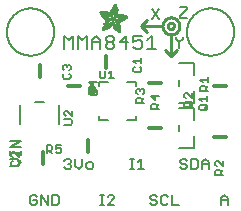
<source format=gbr>
G04 EAGLE Gerber RS-274X export*
G75*
%MOMM*%
%FSLAX34Y34*%
%LPD*%
%INSilkscreen Top*%
%IPPOS*%
%AMOC8*
5,1,8,0,0,1.08239X$1,22.5*%
G01*
%ADD10C,0.152400*%
%ADD11C,0.203200*%
%ADD12C,0.254000*%
%ADD13C,0.406400*%
%ADD14C,0.127000*%
%ADD15C,0.304800*%
%ADD16R,0.034300X0.003800*%
%ADD17R,0.057200X0.003800*%
%ADD18R,0.076200X0.003800*%
%ADD19R,0.091400X0.003800*%
%ADD20R,0.102900X0.003800*%
%ADD21R,0.114300X0.003900*%
%ADD22R,0.129500X0.003800*%
%ADD23R,0.137200X0.003800*%
%ADD24R,0.144800X0.003800*%
%ADD25R,0.152400X0.003800*%
%ADD26R,0.160000X0.003800*%
%ADD27R,0.171500X0.003800*%
%ADD28R,0.175300X0.003800*%
%ADD29R,0.182900X0.003800*%
%ADD30R,0.190500X0.003800*%
%ADD31R,0.194300X0.003900*%
%ADD32R,0.201900X0.003800*%
%ADD33R,0.209500X0.003800*%
%ADD34R,0.213400X0.003800*%
%ADD35R,0.221000X0.003800*%
%ADD36R,0.224800X0.003800*%
%ADD37R,0.232400X0.003800*%
%ADD38R,0.240000X0.003800*%
%ADD39R,0.243800X0.003800*%
%ADD40R,0.247600X0.003800*%
%ADD41R,0.255300X0.003900*%
%ADD42R,0.259100X0.003800*%
%ADD43R,0.262900X0.003800*%
%ADD44R,0.270500X0.003800*%
%ADD45R,0.274300X0.003800*%
%ADD46R,0.281900X0.003800*%
%ADD47R,0.285700X0.003800*%
%ADD48R,0.289500X0.003800*%
%ADD49R,0.297200X0.003800*%
%ADD50R,0.301000X0.003800*%
%ADD51R,0.304800X0.003900*%
%ADD52R,0.312400X0.003800*%
%ADD53R,0.316200X0.003800*%
%ADD54R,0.320000X0.003800*%
%ADD55R,0.327600X0.003800*%
%ADD56R,0.331500X0.003800*%
%ADD57R,0.339100X0.003800*%
%ADD58R,0.342900X0.003800*%
%ADD59R,0.346700X0.003800*%
%ADD60R,0.354300X0.003800*%
%ADD61R,0.358100X0.003900*%
%ADD62R,0.361900X0.003800*%
%ADD63R,0.369600X0.003800*%
%ADD64R,0.373400X0.003800*%
%ADD65R,0.377200X0.003800*%
%ADD66R,0.384800X0.003800*%
%ADD67R,0.388600X0.003800*%
%ADD68R,0.396200X0.003800*%
%ADD69R,0.400000X0.003800*%
%ADD70R,0.403800X0.003800*%
%ADD71R,0.411500X0.003900*%
%ADD72R,0.415300X0.003800*%
%ADD73R,0.419100X0.003800*%
%ADD74R,0.045700X0.003800*%
%ADD75R,0.426700X0.003800*%
%ADD76R,0.072400X0.003800*%
%ADD77R,0.430500X0.003800*%
%ADD78R,0.095300X0.003800*%
%ADD79R,0.438100X0.003800*%
%ADD80R,0.110500X0.003800*%
%ADD81R,0.441900X0.003800*%
%ADD82R,0.445800X0.003800*%
%ADD83R,0.144700X0.003800*%
%ADD84R,0.453400X0.003800*%
%ADD85R,0.457200X0.003800*%
%ADD86R,0.175300X0.003900*%
%ADD87R,0.461000X0.003900*%
%ADD88R,0.468600X0.003800*%
%ADD89R,0.205800X0.003800*%
%ADD90R,0.472400X0.003800*%
%ADD91R,0.217200X0.003800*%
%ADD92R,0.476200X0.003800*%
%ADD93R,0.483900X0.003800*%
%ADD94R,0.247700X0.003800*%
%ADD95R,0.487700X0.003800*%
%ADD96R,0.495300X0.003800*%
%ADD97R,0.499100X0.003800*%
%ADD98R,0.502900X0.003800*%
%ADD99R,0.510500X0.003800*%
%ADD100R,0.308600X0.003900*%
%ADD101R,0.514300X0.003900*%
%ADD102R,0.323800X0.003800*%
%ADD103R,0.518100X0.003800*%
%ADD104R,0.335300X0.003800*%
%ADD105R,0.525800X0.003800*%
%ADD106R,0.529600X0.003800*%
%ADD107R,0.358100X0.003800*%
%ADD108R,0.533400X0.003800*%
%ADD109R,0.537200X0.003800*%
%ADD110R,0.381000X0.003800*%
%ADD111R,0.544800X0.003800*%
%ADD112R,0.392400X0.003800*%
%ADD113R,0.548600X0.003800*%
%ADD114R,0.552400X0.003800*%
%ADD115R,0.556200X0.003800*%
%ADD116R,0.422900X0.003900*%
%ADD117R,0.560100X0.003900*%
%ADD118R,0.434300X0.003800*%
%ADD119R,0.563900X0.003800*%
%ADD120R,0.567700X0.003800*%
%ADD121R,0.461000X0.003800*%
%ADD122R,0.571500X0.003800*%
%ADD123R,0.575300X0.003800*%
%ADD124R,0.480100X0.003800*%
%ADD125R,0.579100X0.003800*%
%ADD126R,0.491500X0.003800*%
%ADD127R,0.582900X0.003800*%
%ADD128R,0.586700X0.003800*%
%ADD129R,0.510600X0.003800*%
%ADD130R,0.590500X0.003800*%
%ADD131R,0.522000X0.003800*%
%ADD132R,0.594300X0.003800*%
%ADD133R,0.533400X0.003900*%
%ADD134R,0.598200X0.003900*%
%ADD135R,0.541000X0.003800*%
%ADD136R,0.602000X0.003800*%
%ADD137R,0.552500X0.003800*%
%ADD138R,0.605800X0.003800*%
%ADD139R,0.560100X0.003800*%
%ADD140R,0.609600X0.003800*%
%ADD141R,0.613400X0.003800*%
%ADD142R,0.583000X0.003800*%
%ADD143R,0.617200X0.003800*%
%ADD144R,0.594400X0.003800*%
%ADD145R,0.621000X0.003800*%
%ADD146R,0.598200X0.003800*%
%ADD147R,0.624800X0.003800*%
%ADD148R,0.613500X0.003900*%
%ADD149R,0.628600X0.003900*%
%ADD150R,0.632400X0.003800*%
%ADD151R,0.628600X0.003800*%
%ADD152R,0.636300X0.003800*%
%ADD153R,0.640100X0.003800*%
%ADD154R,0.636200X0.003800*%
%ADD155R,0.643900X0.003800*%
%ADD156R,0.647700X0.003800*%
%ADD157R,0.651500X0.003800*%
%ADD158R,0.659100X0.003800*%
%ADD159R,0.659100X0.003900*%
%ADD160R,0.655300X0.003900*%
%ADD161R,0.662900X0.003800*%
%ADD162R,0.655300X0.003800*%
%ADD163R,0.670500X0.003800*%
%ADD164R,0.670600X0.003800*%
%ADD165R,0.674400X0.003800*%
%ADD166R,0.682000X0.003800*%
%ADD167R,0.666700X0.003800*%
%ADD168R,0.685800X0.003800*%
%ADD169R,0.689600X0.003800*%
%ADD170R,0.693400X0.003900*%
%ADD171R,0.674400X0.003900*%
%ADD172R,0.697200X0.003800*%
%ADD173R,0.678200X0.003800*%
%ADD174R,0.697300X0.003800*%
%ADD175R,0.701100X0.003800*%
%ADD176R,0.704900X0.003800*%
%ADD177R,0.708700X0.003800*%
%ADD178R,0.712500X0.003800*%
%ADD179R,0.716300X0.003800*%
%ADD180R,0.720100X0.003900*%
%ADD181R,0.689600X0.003900*%
%ADD182R,0.720000X0.003800*%
%ADD183R,0.693400X0.003800*%
%ADD184R,0.723900X0.003800*%
%ADD185R,0.727700X0.003800*%
%ADD186R,0.731500X0.003800*%
%ADD187R,0.701000X0.003800*%
%ADD188R,0.735300X0.003800*%
%ADD189R,0.731500X0.003900*%
%ADD190R,0.701000X0.003900*%
%ADD191R,0.704800X0.003800*%
%ADD192R,0.739100X0.003800*%
%ADD193R,0.743000X0.003800*%
%ADD194R,0.739200X0.003800*%
%ADD195R,0.743000X0.003900*%
%ADD196R,0.704800X0.003900*%
%ADD197R,0.746800X0.003800*%
%ADD198R,0.746800X0.003900*%
%ADD199R,0.742900X0.003800*%
%ADD200R,0.746700X0.003800*%
%ADD201R,0.746700X0.003900*%
%ADD202R,1.428800X0.003800*%
%ADD203R,1.424900X0.003800*%
%ADD204R,1.421100X0.003900*%
%ADD205R,1.421100X0.003800*%
%ADD206R,1.417300X0.003800*%
%ADD207R,1.413500X0.003800*%
%ADD208R,1.409700X0.003800*%
%ADD209R,1.405900X0.003800*%
%ADD210R,1.402100X0.003800*%
%ADD211R,1.398300X0.003800*%
%ADD212R,0.983000X0.003900*%
%ADD213R,0.384800X0.003900*%
%ADD214R,0.971600X0.003800*%
%ADD215R,0.963900X0.003800*%
%ADD216R,0.956300X0.003800*%
%ADD217R,0.365800X0.003800*%
%ADD218R,0.952500X0.003800*%
%ADD219R,0.941000X0.003800*%
%ADD220R,0.358200X0.003800*%
%ADD221R,0.937200X0.003800*%
%ADD222R,0.933400X0.003800*%
%ADD223R,0.354400X0.003800*%
%ADD224R,0.925800X0.003800*%
%ADD225R,0.350500X0.003800*%
%ADD226R,0.922000X0.003800*%
%ADD227R,0.918200X0.003900*%
%ADD228R,0.346700X0.003900*%
%ADD229R,0.910600X0.003800*%
%ADD230R,0.906800X0.003800*%
%ADD231R,0.903000X0.003800*%
%ADD232R,0.339000X0.003800*%
%ADD233R,0.895300X0.003800*%
%ADD234R,0.335200X0.003800*%
%ADD235R,0.887700X0.003800*%
%ADD236R,0.883900X0.003800*%
%ADD237R,0.331400X0.003800*%
%ADD238R,0.880100X0.003800*%
%ADD239R,0.876300X0.003800*%
%ADD240R,0.468600X0.003900*%
%ADD241R,0.396200X0.003900*%
%ADD242R,0.323800X0.003900*%
%ADD243R,0.449600X0.003800*%
%ADD244R,0.323900X0.003800*%
%ADD245R,0.442000X0.003800*%
%ADD246R,0.434400X0.003800*%
%ADD247R,0.320100X0.003800*%
%ADD248R,0.316300X0.003800*%
%ADD249R,0.426800X0.003800*%
%ADD250R,0.327700X0.003800*%
%ADD251R,0.312500X0.003800*%
%ADD252R,0.422900X0.003800*%
%ADD253R,0.308600X0.003800*%
%ADD254R,0.293400X0.003800*%
%ADD255R,0.304800X0.003800*%
%ADD256R,0.419100X0.003900*%
%ADD257R,0.285700X0.003900*%
%ADD258R,0.301000X0.003900*%
%ADD259R,0.411500X0.003800*%
%ADD260R,0.407700X0.003800*%
%ADD261R,0.289600X0.003800*%
%ADD262R,0.285800X0.003800*%
%ADD263R,0.403900X0.003800*%
%ADD264R,0.228600X0.003800*%
%ADD265R,0.403900X0.003900*%
%ADD266R,0.221000X0.003900*%
%ADD267R,0.278100X0.003900*%
%ADD268R,0.400100X0.003800*%
%ADD269R,0.209600X0.003800*%
%ADD270R,0.266700X0.003800*%
%ADD271R,0.038100X0.003800*%
%ADD272R,0.194300X0.003800*%
%ADD273R,0.148600X0.003800*%
%ADD274R,0.259000X0.003800*%
%ADD275R,0.182800X0.003800*%
%ADD276R,0.186700X0.003800*%
%ADD277R,0.251400X0.003800*%
%ADD278R,0.179100X0.003800*%
%ADD279R,0.236200X0.003800*%
%ADD280R,0.243900X0.003900*%
%ADD281R,0.282000X0.003900*%
%ADD282R,0.167700X0.003800*%
%ADD283R,0.236300X0.003800*%
%ADD284R,0.396300X0.003800*%
%ADD285R,0.163900X0.003800*%
%ADD286R,0.392500X0.003800*%
%ADD287R,0.160100X0.003800*%
%ADD288R,0.586800X0.003800*%
%ADD289R,0.148500X0.003800*%
%ADD290R,0.140900X0.003800*%
%ADD291R,0.392400X0.003900*%
%ADD292R,0.140900X0.003900*%
%ADD293R,0.647700X0.003900*%
%ADD294R,0.133300X0.003800*%
%ADD295R,0.674300X0.003800*%
%ADD296R,0.388700X0.003800*%
%ADD297R,0.125700X0.003800*%
%ADD298R,0.121900X0.003800*%
%ADD299R,0.720100X0.003800*%
%ADD300R,0.118100X0.003800*%
%ADD301R,0.118100X0.003900*%
%ADD302R,0.739100X0.003900*%
%ADD303R,0.114300X0.003800*%
%ADD304R,0.754400X0.003800*%
%ADD305R,0.765800X0.003800*%
%ADD306R,0.773400X0.003800*%
%ADD307R,0.784800X0.003800*%
%ADD308R,0.118200X0.003800*%
%ADD309R,0.792500X0.003800*%
%ADD310R,0.803900X0.003800*%
%ADD311R,0.122000X0.003800*%
%ADD312R,0.815400X0.003800*%
%ADD313R,0.125800X0.003800*%
%ADD314R,0.826800X0.003800*%
%ADD315R,0.369500X0.003900*%
%ADD316R,0.133400X0.003900*%
%ADD317R,0.842000X0.003900*%
%ADD318R,0.365700X0.003800*%
%ADD319R,1.009700X0.003800*%
%ADD320R,1.013500X0.003800*%
%ADD321R,0.362000X0.003800*%
%ADD322R,1.024900X0.003800*%
%ADD323R,1.028700X0.003800*%
%ADD324R,1.036300X0.003800*%
%ADD325R,1.047800X0.003800*%
%ADD326R,1.055400X0.003800*%
%ADD327R,1.070600X0.003800*%
%ADD328R,0.030500X0.003800*%
%ADD329R,1.436400X0.003800*%
%ADD330R,1.562100X0.003900*%
%ADD331R,1.588700X0.003800*%
%ADD332R,1.607800X0.003800*%
%ADD333R,1.626900X0.003800*%
%ADD334R,1.642100X0.003800*%
%ADD335R,1.657400X0.003800*%
%ADD336R,1.676400X0.003800*%
%ADD337R,1.687800X0.003800*%
%ADD338R,1.703000X0.003800*%
%ADD339R,1.714500X0.003800*%
%ADD340R,1.726000X0.003900*%
%ADD341R,1.741200X0.003800*%
%ADD342R,0.914400X0.003800*%
%ADD343R,0.769600X0.003800*%
%ADD344R,0.884000X0.003800*%
%ADD345R,0.712400X0.003800*%
%ADD346R,0.880100X0.003900*%
%ADD347R,0.887800X0.003800*%
%ADD348R,0.891600X0.003800*%
%ADD349R,0.895400X0.003800*%
%ADD350R,0.251500X0.003800*%
%ADD351R,0.579200X0.003900*%
%ADD352R,0.243900X0.003800*%
%ADD353R,0.556300X0.003800*%
%ADD354R,0.255200X0.003800*%
%ADD355R,0.529500X0.003800*%
%ADD356R,0.731600X0.003800*%
%ADD357R,0.525800X0.003900*%
%ADD358R,0.281900X0.003900*%
%ADD359R,0.735400X0.003900*%
%ADD360R,0.300900X0.003800*%
%ADD361R,0.762000X0.003800*%
%ADD362R,0.518200X0.003800*%
%ADD363R,0.350600X0.003800*%
%ADD364R,0.796300X0.003800*%
%ADD365R,0.807800X0.003800*%
%ADD366R,0.506700X0.003800*%
%ADD367R,0.849600X0.003800*%
%ADD368R,0.506700X0.003900*%
%ADD369R,1.371600X0.003900*%
%ADD370R,1.207800X0.003800*%
%ADD371R,0.503000X0.003800*%
%ADD372R,0.141000X0.003800*%
%ADD373R,1.203900X0.003800*%
%ADD374R,1.204000X0.003800*%
%ADD375R,1.200200X0.003800*%
%ADD376R,0.499100X0.003900*%
%ADD377R,0.156200X0.003900*%
%ADD378R,1.196400X0.003900*%
%ADD379R,1.196400X0.003800*%
%ADD380R,0.163800X0.003800*%
%ADD381R,0.167600X0.003800*%
%ADD382R,1.192500X0.003800*%
%ADD383R,0.499200X0.003800*%
%ADD384R,1.188700X0.003800*%
%ADD385R,0.506800X0.003800*%
%ADD386R,1.184900X0.003800*%
%ADD387R,0.510600X0.003900*%
%ADD388R,0.209600X0.003900*%
%ADD389R,1.181100X0.003900*%
%ADD390R,0.514400X0.003800*%
%ADD391R,1.181100X0.003800*%
%ADD392R,1.177300X0.003800*%
%ADD393R,0.240100X0.003800*%
%ADD394R,1.173500X0.003800*%
%ADD395R,1.169700X0.003800*%
%ADD396R,1.165900X0.003800*%
%ADD397R,1.162100X0.003800*%
%ADD398R,0.929700X0.003900*%
%ADD399R,1.162100X0.003900*%
%ADD400R,0.929700X0.003800*%
%ADD401R,1.154500X0.003800*%
%ADD402R,0.933500X0.003800*%
%ADD403R,1.150600X0.003800*%
%ADD404R,0.937300X0.003800*%
%ADD405R,1.146800X0.003800*%
%ADD406R,0.941100X0.003800*%
%ADD407R,1.139200X0.003800*%
%ADD408R,0.944900X0.003800*%
%ADD409R,1.135400X0.003800*%
%ADD410R,0.948700X0.003800*%
%ADD411R,1.127800X0.003800*%
%ADD412R,1.124000X0.003800*%
%ADD413R,1.116400X0.003800*%
%ADD414R,0.956300X0.003900*%
%ADD415R,1.104900X0.003900*%
%ADD416R,0.960100X0.003800*%
%ADD417R,1.093500X0.003800*%
%ADD418R,1.085900X0.003800*%
%ADD419R,0.967800X0.003800*%
%ADD420R,1.074500X0.003800*%
%ADD421R,1.063000X0.003800*%
%ADD422R,0.975400X0.003800*%
%ADD423R,1.036400X0.003800*%
%ADD424R,0.979200X0.003800*%
%ADD425R,1.021000X0.003800*%
%ADD426R,0.983000X0.003800*%
%ADD427R,1.009600X0.003800*%
%ADD428R,0.986800X0.003800*%
%ADD429R,0.998200X0.003800*%
%ADD430R,0.990600X0.003900*%
%ADD431R,0.986700X0.003900*%
%ADD432R,0.994400X0.003800*%
%ADD433R,0.975300X0.003800*%
%ADD434R,0.948600X0.003800*%
%ADD435R,1.002000X0.003800*%
%ADD436R,0.213300X0.003800*%
%ADD437R,0.217100X0.003800*%
%ADD438R,1.017300X0.003800*%
%ADD439R,0.666800X0.003800*%
%ADD440R,0.220900X0.003800*%
%ADD441R,1.028700X0.003900*%
%ADD442R,0.224700X0.003900*%
%ADD443R,1.032500X0.003800*%
%ADD444R,1.040100X0.003800*%
%ADD445R,1.043900X0.003800*%
%ADD446R,0.548700X0.003800*%
%ADD447R,1.051500X0.003800*%
%ADD448R,1.055300X0.003800*%
%ADD449R,1.059100X0.003800*%
%ADD450R,1.062900X0.003800*%
%ADD451R,0.255300X0.003800*%
%ADD452R,1.066800X0.003900*%
%ADD453R,0.259100X0.003900*%
%ADD454R,0.457200X0.003900*%
%ADD455R,0.423000X0.003800*%
%ADD456R,1.082100X0.003800*%
%ADD457R,0.274400X0.003800*%
%ADD458R,0.278200X0.003800*%
%ADD459R,1.101100X0.003800*%
%ADD460R,0.278100X0.003800*%
%ADD461R,0.876300X0.003900*%
%ADD462R,0.236200X0.003900*%
%ADD463R,0.289600X0.003900*%
%ADD464R,0.247700X0.003900*%
%ADD465R,0.049500X0.003800*%
%ADD466R,0.640100X0.003900*%
%ADD467R,0.659200X0.003800*%
%ADD468R,0.663000X0.003800*%
%ADD469R,0.872500X0.003900*%
%ADD470R,0.666800X0.003900*%
%ADD471R,0.872500X0.003800*%
%ADD472R,0.868700X0.003800*%
%ADD473R,0.864900X0.003800*%
%ADD474R,0.861100X0.003800*%
%ADD475R,0.857300X0.003800*%
%ADD476R,0.853400X0.003800*%
%ADD477R,0.845800X0.003800*%
%ADD478R,0.682000X0.003900*%
%ADD479R,0.842000X0.003800*%
%ADD480R,0.834400X0.003800*%
%ADD481R,0.823000X0.003800*%
%ADD482R,0.815300X0.003800*%
%ADD483R,0.811500X0.003800*%
%ADD484R,0.788700X0.003800*%
%ADD485R,0.777300X0.003900*%
%ADD486R,0.750600X0.003800*%
%ADD487R,0.735400X0.003800*%
%ADD488R,0.727800X0.003800*%
%ADD489R,0.628700X0.003800*%
%ADD490R,0.575400X0.003800*%
%ADD491R,0.670600X0.003900*%
%ADD492R,0.655400X0.003800*%
%ADD493R,0.651500X0.003900*%
%ADD494R,0.624800X0.003900*%
%ADD495R,0.594400X0.003900*%
%ADD496R,0.563900X0.003900*%
%ADD497R,0.541100X0.003800*%
%ADD498R,0.537300X0.003800*%
%ADD499R,0.525700X0.003800*%
%ADD500R,0.525700X0.003900*%
%ADD501R,0.514300X0.003800*%
%ADD502R,0.480100X0.003900*%
%ADD503R,0.464800X0.003800*%
%ADD504R,0.442000X0.003900*%
%ADD505R,0.438200X0.003800*%
%ADD506R,0.430600X0.003800*%
%ADD507R,0.407600X0.003800*%
%ADD508R,0.403800X0.003900*%
%ADD509R,0.365700X0.003900*%
%ADD510R,0.327700X0.003900*%
%ADD511R,0.243800X0.003900*%
%ADD512R,0.205800X0.003900*%
%ADD513R,0.198100X0.003800*%
%ADD514R,0.163800X0.003900*%
%ADD515R,0.137100X0.003800*%
%ADD516R,0.091500X0.003900*%
%ADD517R,0.060900X0.003800*%


D10*
X157591Y43525D02*
X156151Y44965D01*
X153270Y44965D01*
X151829Y43525D01*
X151829Y42084D01*
X153270Y40644D01*
X156151Y40644D01*
X157591Y39203D01*
X157591Y37763D01*
X156151Y36322D01*
X153270Y36322D01*
X151829Y37763D01*
X161184Y36322D02*
X161184Y44965D01*
X161184Y36322D02*
X165506Y36322D01*
X166947Y37763D01*
X166947Y43525D01*
X165506Y44965D01*
X161184Y44965D01*
X170540Y42084D02*
X170540Y36322D01*
X170540Y42084D02*
X173421Y44965D01*
X176302Y42084D01*
X176302Y36322D01*
X176302Y40644D02*
X170540Y40644D01*
X132191Y13045D02*
X130751Y14485D01*
X127870Y14485D01*
X126429Y13045D01*
X126429Y11604D01*
X127870Y10164D01*
X130751Y10164D01*
X132191Y8723D01*
X132191Y7283D01*
X130751Y5842D01*
X127870Y5842D01*
X126429Y7283D01*
X140106Y14485D02*
X141547Y13045D01*
X140106Y14485D02*
X137225Y14485D01*
X135784Y13045D01*
X135784Y7283D01*
X137225Y5842D01*
X140106Y5842D01*
X141547Y7283D01*
X145140Y5842D02*
X145140Y14485D01*
X145140Y5842D02*
X150902Y5842D01*
X186584Y5842D02*
X186584Y11604D01*
X189466Y14485D01*
X192347Y11604D01*
X192347Y5842D01*
X192347Y10164D02*
X186584Y10164D01*
X87287Y5842D02*
X84406Y5842D01*
X85847Y5842D02*
X85847Y14485D01*
X87287Y14485D02*
X84406Y14485D01*
X90643Y5842D02*
X96405Y5842D01*
X90643Y5842D02*
X96405Y11604D01*
X96405Y13045D01*
X94965Y14485D01*
X92083Y14485D01*
X90643Y13045D01*
X109806Y36322D02*
X112687Y36322D01*
X111247Y36322D02*
X111247Y44965D01*
X112687Y44965D02*
X109806Y44965D01*
X116043Y42084D02*
X118924Y44965D01*
X118924Y36322D01*
X116043Y36322D02*
X121805Y36322D01*
X30591Y13045D02*
X29151Y14485D01*
X26270Y14485D01*
X24829Y13045D01*
X24829Y7283D01*
X26270Y5842D01*
X29151Y5842D01*
X30591Y7283D01*
X30591Y10164D01*
X27710Y10164D01*
X34184Y14485D02*
X34184Y5842D01*
X39947Y5842D02*
X34184Y14485D01*
X39947Y14485D02*
X39947Y5842D01*
X43540Y5842D02*
X43540Y14485D01*
X43540Y5842D02*
X47861Y5842D01*
X49302Y7283D01*
X49302Y13045D01*
X47861Y14485D01*
X43540Y14485D01*
X54039Y43525D02*
X55480Y44965D01*
X58361Y44965D01*
X59801Y43525D01*
X59801Y42084D01*
X58361Y40644D01*
X56920Y40644D01*
X58361Y40644D02*
X59801Y39203D01*
X59801Y37763D01*
X58361Y36322D01*
X55480Y36322D01*
X54039Y37763D01*
X63394Y39203D02*
X63394Y44965D01*
X63394Y39203D02*
X66276Y36322D01*
X69157Y39203D01*
X69157Y44965D01*
X74190Y36322D02*
X77071Y36322D01*
X78512Y37763D01*
X78512Y40644D01*
X77071Y42084D01*
X74190Y42084D01*
X72750Y40644D01*
X72750Y37763D01*
X74190Y36322D01*
X14137Y39088D02*
X8375Y39088D01*
X14137Y39088D02*
X17018Y41970D01*
X14137Y44851D01*
X8375Y44851D01*
X17018Y48444D02*
X17018Y51325D01*
X17018Y49884D02*
X8375Y49884D01*
X8375Y48444D02*
X8375Y51325D01*
X8375Y54680D02*
X17018Y54680D01*
X17018Y60443D02*
X8375Y54680D01*
X8375Y60443D02*
X17018Y60443D01*
D11*
X54067Y138176D02*
X54067Y148853D01*
X57626Y145294D01*
X61185Y148853D01*
X61185Y138176D01*
X65761Y138176D02*
X65761Y148853D01*
X69320Y145294D01*
X72879Y148853D01*
X72879Y138176D01*
X77455Y138176D02*
X77455Y145294D01*
X81014Y148853D01*
X84573Y145294D01*
X84573Y138176D01*
X84573Y143515D02*
X77455Y143515D01*
X89149Y147074D02*
X90928Y148853D01*
X94488Y148853D01*
X96267Y147074D01*
X96267Y145294D01*
X94488Y143515D01*
X96267Y141735D01*
X96267Y139956D01*
X94488Y138176D01*
X90928Y138176D01*
X89149Y139956D01*
X89149Y141735D01*
X90928Y143515D01*
X89149Y145294D01*
X89149Y147074D01*
X90928Y143515D02*
X94488Y143515D01*
X106181Y148853D02*
X106181Y138176D01*
X100843Y143515D02*
X106181Y148853D01*
X107961Y143515D02*
X100843Y143515D01*
X112537Y148853D02*
X119655Y148853D01*
X112537Y148853D02*
X112537Y143515D01*
X116096Y145294D01*
X117875Y145294D01*
X119655Y143515D01*
X119655Y139956D01*
X117875Y138176D01*
X114316Y138176D01*
X112537Y139956D01*
X124231Y145294D02*
X127790Y148853D01*
X127790Y138176D01*
X124231Y138176D02*
X131349Y138176D01*
D12*
X141732Y157480D02*
X141734Y157580D01*
X141740Y157681D01*
X141750Y157780D01*
X141764Y157880D01*
X141781Y157979D01*
X141803Y158077D01*
X141829Y158174D01*
X141858Y158270D01*
X141891Y158364D01*
X141928Y158458D01*
X141968Y158550D01*
X142012Y158640D01*
X142060Y158728D01*
X142111Y158815D01*
X142165Y158899D01*
X142223Y158981D01*
X142284Y159061D01*
X142348Y159138D01*
X142415Y159213D01*
X142485Y159285D01*
X142558Y159354D01*
X142633Y159420D01*
X142711Y159484D01*
X142791Y159544D01*
X142874Y159601D01*
X142959Y159654D01*
X143046Y159704D01*
X143135Y159751D01*
X143225Y159794D01*
X143317Y159834D01*
X143411Y159870D01*
X143506Y159902D01*
X143602Y159930D01*
X143700Y159955D01*
X143798Y159975D01*
X143897Y159992D01*
X143997Y160005D01*
X144096Y160014D01*
X144197Y160019D01*
X144297Y160020D01*
X144397Y160017D01*
X144498Y160010D01*
X144597Y159999D01*
X144697Y159984D01*
X144795Y159966D01*
X144893Y159943D01*
X144990Y159916D01*
X145085Y159886D01*
X145180Y159852D01*
X145273Y159814D01*
X145364Y159773D01*
X145454Y159728D01*
X145542Y159680D01*
X145628Y159628D01*
X145712Y159573D01*
X145793Y159514D01*
X145872Y159452D01*
X145949Y159388D01*
X146023Y159320D01*
X146094Y159249D01*
X146163Y159176D01*
X146228Y159100D01*
X146291Y159021D01*
X146350Y158940D01*
X146406Y158857D01*
X146459Y158772D01*
X146508Y158684D01*
X146554Y158595D01*
X146596Y158504D01*
X146635Y158411D01*
X146670Y158317D01*
X146701Y158222D01*
X146729Y158125D01*
X146752Y158028D01*
X146772Y157929D01*
X146788Y157830D01*
X146800Y157731D01*
X146808Y157630D01*
X146812Y157530D01*
X146812Y157430D01*
X146808Y157330D01*
X146800Y157229D01*
X146788Y157130D01*
X146772Y157031D01*
X146752Y156932D01*
X146729Y156835D01*
X146701Y156738D01*
X146670Y156643D01*
X146635Y156549D01*
X146596Y156456D01*
X146554Y156365D01*
X146508Y156276D01*
X146459Y156188D01*
X146406Y156103D01*
X146350Y156020D01*
X146291Y155939D01*
X146228Y155860D01*
X146163Y155784D01*
X146094Y155711D01*
X146023Y155640D01*
X145949Y155572D01*
X145872Y155508D01*
X145793Y155446D01*
X145712Y155387D01*
X145628Y155332D01*
X145542Y155280D01*
X145454Y155232D01*
X145364Y155187D01*
X145273Y155146D01*
X145180Y155108D01*
X145085Y155074D01*
X144990Y155044D01*
X144893Y155017D01*
X144795Y154994D01*
X144697Y154976D01*
X144597Y154961D01*
X144498Y154950D01*
X144397Y154943D01*
X144297Y154940D01*
X144197Y154941D01*
X144096Y154946D01*
X143997Y154955D01*
X143897Y154968D01*
X143798Y154985D01*
X143700Y155005D01*
X143602Y155030D01*
X143506Y155058D01*
X143411Y155090D01*
X143317Y155126D01*
X143225Y155166D01*
X143135Y155209D01*
X143046Y155256D01*
X142959Y155306D01*
X142874Y155359D01*
X142791Y155416D01*
X142711Y155476D01*
X142633Y155540D01*
X142558Y155606D01*
X142485Y155675D01*
X142415Y155747D01*
X142348Y155822D01*
X142284Y155899D01*
X142223Y155979D01*
X142165Y156061D01*
X142111Y156145D01*
X142060Y156232D01*
X142012Y156320D01*
X141968Y156410D01*
X141928Y156502D01*
X141891Y156596D01*
X141858Y156690D01*
X141829Y156786D01*
X141803Y156883D01*
X141781Y156981D01*
X141764Y157080D01*
X141750Y157180D01*
X141740Y157279D01*
X141734Y157380D01*
X141732Y157480D01*
X137088Y157480D02*
X137090Y157656D01*
X137097Y157833D01*
X137107Y158008D01*
X137123Y158184D01*
X137142Y158359D01*
X137166Y158534D01*
X137194Y158708D01*
X137226Y158882D01*
X137263Y159054D01*
X137303Y159226D01*
X137348Y159396D01*
X137397Y159565D01*
X137451Y159733D01*
X137508Y159900D01*
X137569Y160065D01*
X137635Y160229D01*
X137704Y160391D01*
X137778Y160552D01*
X137855Y160710D01*
X137936Y160867D01*
X138021Y161021D01*
X138110Y161173D01*
X138203Y161323D01*
X138299Y161471D01*
X138398Y161617D01*
X138502Y161760D01*
X138609Y161900D01*
X138719Y162037D01*
X138832Y162172D01*
X138949Y162304D01*
X139069Y162434D01*
X139192Y162560D01*
X139318Y162683D01*
X139448Y162803D01*
X139580Y162920D01*
X139715Y163033D01*
X139852Y163143D01*
X139992Y163250D01*
X140135Y163354D01*
X140281Y163453D01*
X140429Y163549D01*
X140579Y163642D01*
X140731Y163731D01*
X140885Y163816D01*
X141042Y163897D01*
X141200Y163974D01*
X141361Y164048D01*
X141523Y164117D01*
X141687Y164183D01*
X141852Y164244D01*
X142019Y164301D01*
X142187Y164355D01*
X142356Y164404D01*
X142526Y164449D01*
X142698Y164489D01*
X142870Y164526D01*
X143044Y164558D01*
X143218Y164586D01*
X143393Y164610D01*
X143568Y164629D01*
X143744Y164645D01*
X143919Y164655D01*
X144096Y164662D01*
X144272Y164664D01*
X144448Y164662D01*
X144625Y164655D01*
X144800Y164645D01*
X144976Y164629D01*
X145151Y164610D01*
X145326Y164586D01*
X145500Y164558D01*
X145674Y164526D01*
X145846Y164489D01*
X146018Y164449D01*
X146188Y164404D01*
X146357Y164355D01*
X146525Y164301D01*
X146692Y164244D01*
X146857Y164183D01*
X147021Y164117D01*
X147183Y164048D01*
X147344Y163974D01*
X147502Y163897D01*
X147659Y163816D01*
X147813Y163731D01*
X147965Y163642D01*
X148115Y163549D01*
X148263Y163453D01*
X148409Y163354D01*
X148552Y163250D01*
X148692Y163143D01*
X148829Y163033D01*
X148964Y162920D01*
X149096Y162803D01*
X149226Y162683D01*
X149352Y162560D01*
X149475Y162434D01*
X149595Y162304D01*
X149712Y162172D01*
X149825Y162037D01*
X149935Y161900D01*
X150042Y161760D01*
X150146Y161617D01*
X150245Y161471D01*
X150341Y161323D01*
X150434Y161173D01*
X150523Y161021D01*
X150608Y160867D01*
X150689Y160710D01*
X150766Y160552D01*
X150840Y160391D01*
X150909Y160229D01*
X150975Y160065D01*
X151036Y159900D01*
X151093Y159733D01*
X151147Y159565D01*
X151196Y159396D01*
X151241Y159226D01*
X151281Y159054D01*
X151318Y158882D01*
X151350Y158708D01*
X151378Y158534D01*
X151402Y158359D01*
X151421Y158184D01*
X151437Y158008D01*
X151447Y157833D01*
X151454Y157656D01*
X151456Y157480D01*
X151454Y157304D01*
X151447Y157127D01*
X151437Y156952D01*
X151421Y156776D01*
X151402Y156601D01*
X151378Y156426D01*
X151350Y156252D01*
X151318Y156078D01*
X151281Y155906D01*
X151241Y155734D01*
X151196Y155564D01*
X151147Y155395D01*
X151093Y155227D01*
X151036Y155060D01*
X150975Y154895D01*
X150909Y154731D01*
X150840Y154569D01*
X150766Y154408D01*
X150689Y154250D01*
X150608Y154093D01*
X150523Y153939D01*
X150434Y153787D01*
X150341Y153637D01*
X150245Y153489D01*
X150146Y153343D01*
X150042Y153200D01*
X149935Y153060D01*
X149825Y152923D01*
X149712Y152788D01*
X149595Y152656D01*
X149475Y152526D01*
X149352Y152400D01*
X149226Y152277D01*
X149096Y152157D01*
X148964Y152040D01*
X148829Y151927D01*
X148692Y151817D01*
X148552Y151710D01*
X148409Y151606D01*
X148263Y151507D01*
X148115Y151411D01*
X147965Y151318D01*
X147813Y151229D01*
X147659Y151144D01*
X147502Y151063D01*
X147344Y150986D01*
X147183Y150912D01*
X147021Y150843D01*
X146857Y150777D01*
X146692Y150716D01*
X146525Y150659D01*
X146357Y150605D01*
X146188Y150556D01*
X146018Y150511D01*
X145846Y150471D01*
X145674Y150434D01*
X145500Y150402D01*
X145326Y150374D01*
X145151Y150350D01*
X144976Y150331D01*
X144800Y150315D01*
X144625Y150305D01*
X144448Y150298D01*
X144272Y150296D01*
X144096Y150298D01*
X143919Y150305D01*
X143744Y150315D01*
X143568Y150331D01*
X143393Y150350D01*
X143218Y150374D01*
X143044Y150402D01*
X142870Y150434D01*
X142698Y150471D01*
X142526Y150511D01*
X142356Y150556D01*
X142187Y150605D01*
X142019Y150659D01*
X141852Y150716D01*
X141687Y150777D01*
X141523Y150843D01*
X141361Y150912D01*
X141200Y150986D01*
X141042Y151063D01*
X140885Y151144D01*
X140731Y151229D01*
X140579Y151318D01*
X140429Y151411D01*
X140281Y151507D01*
X140135Y151606D01*
X139992Y151710D01*
X139852Y151817D01*
X139715Y151927D01*
X139580Y152040D01*
X139448Y152157D01*
X139318Y152277D01*
X139192Y152400D01*
X139069Y152526D01*
X138949Y152656D01*
X138832Y152788D01*
X138719Y152923D01*
X138609Y153060D01*
X138502Y153200D01*
X138398Y153343D01*
X138299Y153489D01*
X138203Y153637D01*
X138110Y153787D01*
X138021Y153939D01*
X137936Y154093D01*
X137855Y154250D01*
X137778Y154408D01*
X137704Y154569D01*
X137635Y154731D01*
X137569Y154895D01*
X137508Y155060D01*
X137451Y155227D01*
X137397Y155395D01*
X137348Y155564D01*
X137303Y155734D01*
X137263Y155906D01*
X137226Y156078D01*
X137194Y156252D01*
X137166Y156426D01*
X137142Y156601D01*
X137123Y156776D01*
X137107Y156952D01*
X137097Y157127D01*
X137090Y157304D01*
X137088Y157480D01*
D10*
X152189Y173235D02*
X157951Y173235D01*
X157951Y171795D01*
X152189Y166033D01*
X152189Y164592D01*
X157951Y164592D01*
D12*
X144272Y149860D02*
X144272Y132080D01*
X149352Y137160D01*
X144272Y132080D02*
X139192Y137160D01*
X136652Y157480D02*
X118872Y157480D01*
X123952Y152400D01*
X118872Y157480D02*
X123952Y162560D01*
D10*
X133821Y163322D02*
X128059Y171965D01*
X133821Y171965D02*
X128059Y163322D01*
X148379Y147835D02*
X148379Y146395D01*
X151260Y143514D01*
X154141Y146395D01*
X154141Y147835D01*
X151260Y143514D02*
X151260Y139192D01*
D13*
X75646Y103980D02*
X75648Y104055D01*
X75654Y104129D01*
X75664Y104203D01*
X75677Y104276D01*
X75695Y104349D01*
X75716Y104420D01*
X75741Y104491D01*
X75770Y104560D01*
X75803Y104627D01*
X75839Y104692D01*
X75878Y104756D01*
X75920Y104817D01*
X75966Y104876D01*
X76015Y104933D01*
X76067Y104986D01*
X76121Y105037D01*
X76178Y105086D01*
X76238Y105130D01*
X76300Y105172D01*
X76364Y105211D01*
X76430Y105246D01*
X76497Y105277D01*
X76567Y105305D01*
X76637Y105329D01*
X76709Y105350D01*
X76782Y105366D01*
X76855Y105379D01*
X76930Y105388D01*
X77004Y105393D01*
X77079Y105394D01*
X77153Y105391D01*
X77228Y105384D01*
X77301Y105373D01*
X77375Y105359D01*
X77447Y105340D01*
X77518Y105318D01*
X77588Y105292D01*
X77657Y105262D01*
X77723Y105229D01*
X77788Y105192D01*
X77851Y105152D01*
X77912Y105108D01*
X77970Y105062D01*
X78026Y105012D01*
X78079Y104960D01*
X78130Y104905D01*
X78177Y104847D01*
X78221Y104787D01*
X78262Y104724D01*
X78300Y104660D01*
X78334Y104594D01*
X78365Y104525D01*
X78392Y104456D01*
X78415Y104385D01*
X78434Y104313D01*
X78450Y104240D01*
X78462Y104166D01*
X78470Y104092D01*
X78474Y104017D01*
X78474Y103943D01*
X78470Y103868D01*
X78462Y103794D01*
X78450Y103720D01*
X78434Y103647D01*
X78415Y103575D01*
X78392Y103504D01*
X78365Y103435D01*
X78334Y103366D01*
X78300Y103300D01*
X78262Y103236D01*
X78221Y103173D01*
X78177Y103113D01*
X78130Y103055D01*
X78079Y103000D01*
X78026Y102948D01*
X77970Y102898D01*
X77912Y102852D01*
X77851Y102808D01*
X77788Y102768D01*
X77723Y102731D01*
X77657Y102698D01*
X77588Y102668D01*
X77518Y102642D01*
X77447Y102620D01*
X77375Y102601D01*
X77301Y102587D01*
X77228Y102576D01*
X77153Y102569D01*
X77079Y102566D01*
X77004Y102567D01*
X76930Y102572D01*
X76855Y102581D01*
X76782Y102594D01*
X76709Y102610D01*
X76637Y102631D01*
X76567Y102655D01*
X76497Y102683D01*
X76430Y102714D01*
X76364Y102749D01*
X76300Y102788D01*
X76238Y102830D01*
X76178Y102874D01*
X76121Y102923D01*
X76067Y102974D01*
X76015Y103027D01*
X75966Y103084D01*
X75920Y103143D01*
X75878Y103204D01*
X75839Y103268D01*
X75803Y103333D01*
X75770Y103400D01*
X75741Y103469D01*
X75716Y103540D01*
X75695Y103611D01*
X75677Y103684D01*
X75664Y103757D01*
X75654Y103831D01*
X75648Y103905D01*
X75646Y103980D01*
D14*
X83060Y109980D02*
X91060Y109980D01*
X83060Y109980D02*
X83060Y106980D01*
X107060Y109980D02*
X115060Y109980D01*
X115060Y107980D01*
X115060Y106980D01*
X91060Y77980D02*
X83060Y77980D01*
X83060Y80980D01*
X107060Y77980D02*
X115060Y77980D01*
X115060Y80980D01*
D10*
X84172Y114244D02*
X84172Y119752D01*
X84172Y114244D02*
X85274Y113142D01*
X87477Y113142D01*
X88578Y114244D01*
X88578Y119752D01*
X91656Y117548D02*
X93859Y119752D01*
X93859Y113142D01*
X91656Y113142D02*
X96063Y113142D01*
D15*
X88900Y121920D02*
X88900Y132080D01*
D10*
X112516Y121814D02*
X113618Y122915D01*
X112516Y121814D02*
X112516Y119610D01*
X113618Y118509D01*
X118024Y118509D01*
X119126Y119610D01*
X119126Y121814D01*
X118024Y122915D01*
X114720Y125993D02*
X112516Y128196D01*
X119126Y128196D01*
X119126Y125993D02*
X119126Y130399D01*
D15*
X35560Y50800D02*
X35560Y40640D01*
D10*
X10240Y43268D02*
X9138Y42167D01*
X9138Y39964D01*
X10240Y38862D01*
X14646Y38862D01*
X15748Y39964D01*
X15748Y42167D01*
X14646Y43268D01*
X15748Y46346D02*
X15748Y50753D01*
X11342Y50753D02*
X15748Y46346D01*
X11342Y50753D02*
X10240Y50753D01*
X9138Y49651D01*
X9138Y47448D01*
X10240Y46346D01*
D11*
X16520Y74550D02*
X16520Y90550D01*
X49520Y90550D02*
X49520Y74550D01*
X37020Y93050D02*
X29020Y93050D01*
D10*
X54096Y73964D02*
X59604Y73964D01*
X60706Y75065D01*
X60706Y77269D01*
X59604Y78370D01*
X54096Y78370D01*
X60706Y81448D02*
X60706Y85854D01*
X60706Y81448D02*
X56300Y85854D01*
X55198Y85854D01*
X54096Y84753D01*
X54096Y82549D01*
X55198Y81448D01*
D15*
X180340Y106680D02*
X190500Y106680D01*
D10*
X175768Y102362D02*
X169158Y102362D01*
X169158Y105667D01*
X170260Y106768D01*
X172463Y106768D01*
X173565Y105667D01*
X173565Y102362D01*
X173565Y104565D02*
X175768Y106768D01*
X171362Y109846D02*
X169158Y112049D01*
X175768Y112049D01*
X175768Y109846D02*
X175768Y114253D01*
D15*
X180340Y63500D02*
X190500Y63500D01*
D10*
X188468Y31242D02*
X181858Y31242D01*
X181858Y34547D01*
X182960Y35648D01*
X185163Y35648D01*
X186265Y34547D01*
X186265Y31242D01*
X186265Y33445D02*
X188468Y35648D01*
X188468Y38726D02*
X188468Y43133D01*
X184062Y43133D02*
X188468Y38726D01*
X184062Y43133D02*
X182960Y43133D01*
X181858Y42031D01*
X181858Y39828D01*
X182960Y38726D01*
D15*
X135890Y71120D02*
X125730Y71120D01*
D10*
X127756Y87394D02*
X134366Y87394D01*
X127756Y87394D02*
X127756Y90699D01*
X128858Y91800D01*
X131061Y91800D01*
X132163Y90699D01*
X132163Y87394D01*
X132163Y89597D02*
X134366Y91800D01*
X134366Y98183D02*
X127756Y98183D01*
X131061Y94878D01*
X131061Y99284D01*
D15*
X135890Y109220D02*
X125730Y109220D01*
D10*
X121666Y92474D02*
X115056Y92474D01*
X115056Y95779D01*
X116158Y96880D01*
X118361Y96880D01*
X119463Y95779D01*
X119463Y92474D01*
X119463Y94677D02*
X121666Y96880D01*
X116158Y99958D02*
X115056Y101059D01*
X115056Y103263D01*
X116158Y104364D01*
X117260Y104364D01*
X118361Y103263D01*
X118361Y102161D01*
X118361Y103263D02*
X119463Y104364D01*
X120564Y104364D01*
X121666Y103263D01*
X121666Y101059D01*
X120564Y99958D01*
D11*
X150956Y125944D02*
X164084Y125944D01*
X164084Y116356D01*
X164084Y92496D02*
X150956Y92496D01*
X164084Y92496D02*
X164084Y102084D01*
X150876Y106996D02*
X150876Y111584D01*
D10*
X169498Y86124D02*
X173904Y86124D01*
X169498Y86124D02*
X168396Y87225D01*
X168396Y89429D01*
X169498Y90530D01*
X173904Y90530D01*
X175006Y89429D01*
X175006Y87225D01*
X173904Y86124D01*
X172803Y88327D02*
X175006Y90530D01*
X170600Y93608D02*
X168396Y95811D01*
X175006Y95811D01*
X175006Y93608D02*
X175006Y98014D01*
D11*
X164084Y87844D02*
X150956Y87844D01*
X164084Y87844D02*
X164084Y78256D01*
X164084Y54396D02*
X150956Y54396D01*
X164084Y54396D02*
X164084Y63984D01*
X150876Y68896D02*
X150876Y73484D01*
D10*
X156798Y88664D02*
X161204Y88664D01*
X156798Y88664D02*
X155696Y89765D01*
X155696Y91969D01*
X156798Y93070D01*
X161204Y93070D01*
X162306Y91969D01*
X162306Y89765D01*
X161204Y88664D01*
X160103Y90867D02*
X162306Y93070D01*
X162306Y96148D02*
X162306Y100554D01*
X162306Y96148D02*
X157900Y100554D01*
X156798Y100554D01*
X155696Y99453D01*
X155696Y97249D01*
X156798Y96148D01*
D15*
X33020Y114300D02*
X33020Y124460D01*
D10*
X52826Y116099D02*
X53928Y117200D01*
X52826Y116099D02*
X52826Y113895D01*
X53928Y112794D01*
X58334Y112794D01*
X59436Y113895D01*
X59436Y116099D01*
X58334Y117200D01*
X53928Y120278D02*
X52826Y121379D01*
X52826Y123583D01*
X53928Y124684D01*
X55030Y124684D01*
X56131Y123583D01*
X56131Y122481D01*
X56131Y123583D02*
X57233Y124684D01*
X58334Y124684D01*
X59436Y123583D01*
X59436Y121379D01*
X58334Y120278D01*
D11*
X5400Y152400D02*
X5406Y152891D01*
X5424Y153381D01*
X5454Y153871D01*
X5496Y154360D01*
X5550Y154848D01*
X5616Y155335D01*
X5694Y155819D01*
X5784Y156302D01*
X5886Y156782D01*
X5999Y157260D01*
X6124Y157734D01*
X6261Y158206D01*
X6409Y158674D01*
X6569Y159138D01*
X6740Y159598D01*
X6922Y160054D01*
X7116Y160505D01*
X7320Y160951D01*
X7536Y161392D01*
X7762Y161828D01*
X7998Y162258D01*
X8245Y162682D01*
X8503Y163100D01*
X8771Y163511D01*
X9048Y163916D01*
X9336Y164314D01*
X9633Y164705D01*
X9940Y165088D01*
X10256Y165463D01*
X10581Y165831D01*
X10915Y166191D01*
X11258Y166542D01*
X11609Y166885D01*
X11969Y167219D01*
X12337Y167544D01*
X12712Y167860D01*
X13095Y168167D01*
X13486Y168464D01*
X13884Y168752D01*
X14289Y169029D01*
X14700Y169297D01*
X15118Y169555D01*
X15542Y169802D01*
X15972Y170038D01*
X16408Y170264D01*
X16849Y170480D01*
X17295Y170684D01*
X17746Y170878D01*
X18202Y171060D01*
X18662Y171231D01*
X19126Y171391D01*
X19594Y171539D01*
X20066Y171676D01*
X20540Y171801D01*
X21018Y171914D01*
X21498Y172016D01*
X21981Y172106D01*
X22465Y172184D01*
X22952Y172250D01*
X23440Y172304D01*
X23929Y172346D01*
X24419Y172376D01*
X24909Y172394D01*
X25400Y172400D01*
X25891Y172394D01*
X26381Y172376D01*
X26871Y172346D01*
X27360Y172304D01*
X27848Y172250D01*
X28335Y172184D01*
X28819Y172106D01*
X29302Y172016D01*
X29782Y171914D01*
X30260Y171801D01*
X30734Y171676D01*
X31206Y171539D01*
X31674Y171391D01*
X32138Y171231D01*
X32598Y171060D01*
X33054Y170878D01*
X33505Y170684D01*
X33951Y170480D01*
X34392Y170264D01*
X34828Y170038D01*
X35258Y169802D01*
X35682Y169555D01*
X36100Y169297D01*
X36511Y169029D01*
X36916Y168752D01*
X37314Y168464D01*
X37705Y168167D01*
X38088Y167860D01*
X38463Y167544D01*
X38831Y167219D01*
X39191Y166885D01*
X39542Y166542D01*
X39885Y166191D01*
X40219Y165831D01*
X40544Y165463D01*
X40860Y165088D01*
X41167Y164705D01*
X41464Y164314D01*
X41752Y163916D01*
X42029Y163511D01*
X42297Y163100D01*
X42555Y162682D01*
X42802Y162258D01*
X43038Y161828D01*
X43264Y161392D01*
X43480Y160951D01*
X43684Y160505D01*
X43878Y160054D01*
X44060Y159598D01*
X44231Y159138D01*
X44391Y158674D01*
X44539Y158206D01*
X44676Y157734D01*
X44801Y157260D01*
X44914Y156782D01*
X45016Y156302D01*
X45106Y155819D01*
X45184Y155335D01*
X45250Y154848D01*
X45304Y154360D01*
X45346Y153871D01*
X45376Y153381D01*
X45394Y152891D01*
X45400Y152400D01*
X45394Y151909D01*
X45376Y151419D01*
X45346Y150929D01*
X45304Y150440D01*
X45250Y149952D01*
X45184Y149465D01*
X45106Y148981D01*
X45016Y148498D01*
X44914Y148018D01*
X44801Y147540D01*
X44676Y147066D01*
X44539Y146594D01*
X44391Y146126D01*
X44231Y145662D01*
X44060Y145202D01*
X43878Y144746D01*
X43684Y144295D01*
X43480Y143849D01*
X43264Y143408D01*
X43038Y142972D01*
X42802Y142542D01*
X42555Y142118D01*
X42297Y141700D01*
X42029Y141289D01*
X41752Y140884D01*
X41464Y140486D01*
X41167Y140095D01*
X40860Y139712D01*
X40544Y139337D01*
X40219Y138969D01*
X39885Y138609D01*
X39542Y138258D01*
X39191Y137915D01*
X38831Y137581D01*
X38463Y137256D01*
X38088Y136940D01*
X37705Y136633D01*
X37314Y136336D01*
X36916Y136048D01*
X36511Y135771D01*
X36100Y135503D01*
X35682Y135245D01*
X35258Y134998D01*
X34828Y134762D01*
X34392Y134536D01*
X33951Y134320D01*
X33505Y134116D01*
X33054Y133922D01*
X32598Y133740D01*
X32138Y133569D01*
X31674Y133409D01*
X31206Y133261D01*
X30734Y133124D01*
X30260Y132999D01*
X29782Y132886D01*
X29302Y132784D01*
X28819Y132694D01*
X28335Y132616D01*
X27848Y132550D01*
X27360Y132496D01*
X26871Y132454D01*
X26381Y132424D01*
X25891Y132406D01*
X25400Y132400D01*
X24909Y132406D01*
X24419Y132424D01*
X23929Y132454D01*
X23440Y132496D01*
X22952Y132550D01*
X22465Y132616D01*
X21981Y132694D01*
X21498Y132784D01*
X21018Y132886D01*
X20540Y132999D01*
X20066Y133124D01*
X19594Y133261D01*
X19126Y133409D01*
X18662Y133569D01*
X18202Y133740D01*
X17746Y133922D01*
X17295Y134116D01*
X16849Y134320D01*
X16408Y134536D01*
X15972Y134762D01*
X15542Y134998D01*
X15118Y135245D01*
X14700Y135503D01*
X14289Y135771D01*
X13884Y136048D01*
X13486Y136336D01*
X13095Y136633D01*
X12712Y136940D01*
X12337Y137256D01*
X11969Y137581D01*
X11609Y137915D01*
X11258Y138258D01*
X10915Y138609D01*
X10581Y138969D01*
X10256Y139337D01*
X9940Y139712D01*
X9633Y140095D01*
X9336Y140486D01*
X9048Y140884D01*
X8771Y141289D01*
X8503Y141700D01*
X8245Y142118D01*
X7998Y142542D01*
X7762Y142972D01*
X7536Y143408D01*
X7320Y143849D01*
X7116Y144295D01*
X6922Y144746D01*
X6740Y145202D01*
X6569Y145662D01*
X6409Y146126D01*
X6261Y146594D01*
X6124Y147066D01*
X5999Y147540D01*
X5886Y148018D01*
X5784Y148498D01*
X5694Y148981D01*
X5616Y149465D01*
X5550Y149952D01*
X5496Y150440D01*
X5454Y150929D01*
X5424Y151419D01*
X5406Y151909D01*
X5400Y152400D01*
X157800Y152400D02*
X157806Y152891D01*
X157824Y153381D01*
X157854Y153871D01*
X157896Y154360D01*
X157950Y154848D01*
X158016Y155335D01*
X158094Y155819D01*
X158184Y156302D01*
X158286Y156782D01*
X158399Y157260D01*
X158524Y157734D01*
X158661Y158206D01*
X158809Y158674D01*
X158969Y159138D01*
X159140Y159598D01*
X159322Y160054D01*
X159516Y160505D01*
X159720Y160951D01*
X159936Y161392D01*
X160162Y161828D01*
X160398Y162258D01*
X160645Y162682D01*
X160903Y163100D01*
X161171Y163511D01*
X161448Y163916D01*
X161736Y164314D01*
X162033Y164705D01*
X162340Y165088D01*
X162656Y165463D01*
X162981Y165831D01*
X163315Y166191D01*
X163658Y166542D01*
X164009Y166885D01*
X164369Y167219D01*
X164737Y167544D01*
X165112Y167860D01*
X165495Y168167D01*
X165886Y168464D01*
X166284Y168752D01*
X166689Y169029D01*
X167100Y169297D01*
X167518Y169555D01*
X167942Y169802D01*
X168372Y170038D01*
X168808Y170264D01*
X169249Y170480D01*
X169695Y170684D01*
X170146Y170878D01*
X170602Y171060D01*
X171062Y171231D01*
X171526Y171391D01*
X171994Y171539D01*
X172466Y171676D01*
X172940Y171801D01*
X173418Y171914D01*
X173898Y172016D01*
X174381Y172106D01*
X174865Y172184D01*
X175352Y172250D01*
X175840Y172304D01*
X176329Y172346D01*
X176819Y172376D01*
X177309Y172394D01*
X177800Y172400D01*
X178291Y172394D01*
X178781Y172376D01*
X179271Y172346D01*
X179760Y172304D01*
X180248Y172250D01*
X180735Y172184D01*
X181219Y172106D01*
X181702Y172016D01*
X182182Y171914D01*
X182660Y171801D01*
X183134Y171676D01*
X183606Y171539D01*
X184074Y171391D01*
X184538Y171231D01*
X184998Y171060D01*
X185454Y170878D01*
X185905Y170684D01*
X186351Y170480D01*
X186792Y170264D01*
X187228Y170038D01*
X187658Y169802D01*
X188082Y169555D01*
X188500Y169297D01*
X188911Y169029D01*
X189316Y168752D01*
X189714Y168464D01*
X190105Y168167D01*
X190488Y167860D01*
X190863Y167544D01*
X191231Y167219D01*
X191591Y166885D01*
X191942Y166542D01*
X192285Y166191D01*
X192619Y165831D01*
X192944Y165463D01*
X193260Y165088D01*
X193567Y164705D01*
X193864Y164314D01*
X194152Y163916D01*
X194429Y163511D01*
X194697Y163100D01*
X194955Y162682D01*
X195202Y162258D01*
X195438Y161828D01*
X195664Y161392D01*
X195880Y160951D01*
X196084Y160505D01*
X196278Y160054D01*
X196460Y159598D01*
X196631Y159138D01*
X196791Y158674D01*
X196939Y158206D01*
X197076Y157734D01*
X197201Y157260D01*
X197314Y156782D01*
X197416Y156302D01*
X197506Y155819D01*
X197584Y155335D01*
X197650Y154848D01*
X197704Y154360D01*
X197746Y153871D01*
X197776Y153381D01*
X197794Y152891D01*
X197800Y152400D01*
X197794Y151909D01*
X197776Y151419D01*
X197746Y150929D01*
X197704Y150440D01*
X197650Y149952D01*
X197584Y149465D01*
X197506Y148981D01*
X197416Y148498D01*
X197314Y148018D01*
X197201Y147540D01*
X197076Y147066D01*
X196939Y146594D01*
X196791Y146126D01*
X196631Y145662D01*
X196460Y145202D01*
X196278Y144746D01*
X196084Y144295D01*
X195880Y143849D01*
X195664Y143408D01*
X195438Y142972D01*
X195202Y142542D01*
X194955Y142118D01*
X194697Y141700D01*
X194429Y141289D01*
X194152Y140884D01*
X193864Y140486D01*
X193567Y140095D01*
X193260Y139712D01*
X192944Y139337D01*
X192619Y138969D01*
X192285Y138609D01*
X191942Y138258D01*
X191591Y137915D01*
X191231Y137581D01*
X190863Y137256D01*
X190488Y136940D01*
X190105Y136633D01*
X189714Y136336D01*
X189316Y136048D01*
X188911Y135771D01*
X188500Y135503D01*
X188082Y135245D01*
X187658Y134998D01*
X187228Y134762D01*
X186792Y134536D01*
X186351Y134320D01*
X185905Y134116D01*
X185454Y133922D01*
X184998Y133740D01*
X184538Y133569D01*
X184074Y133409D01*
X183606Y133261D01*
X183134Y133124D01*
X182660Y132999D01*
X182182Y132886D01*
X181702Y132784D01*
X181219Y132694D01*
X180735Y132616D01*
X180248Y132550D01*
X179760Y132496D01*
X179271Y132454D01*
X178781Y132424D01*
X178291Y132406D01*
X177800Y132400D01*
X177309Y132406D01*
X176819Y132424D01*
X176329Y132454D01*
X175840Y132496D01*
X175352Y132550D01*
X174865Y132616D01*
X174381Y132694D01*
X173898Y132784D01*
X173418Y132886D01*
X172940Y132999D01*
X172466Y133124D01*
X171994Y133261D01*
X171526Y133409D01*
X171062Y133569D01*
X170602Y133740D01*
X170146Y133922D01*
X169695Y134116D01*
X169249Y134320D01*
X168808Y134536D01*
X168372Y134762D01*
X167942Y134998D01*
X167518Y135245D01*
X167100Y135503D01*
X166689Y135771D01*
X166284Y136048D01*
X165886Y136336D01*
X165495Y136633D01*
X165112Y136940D01*
X164737Y137256D01*
X164369Y137581D01*
X164009Y137915D01*
X163658Y138258D01*
X163315Y138609D01*
X162981Y138969D01*
X162656Y139337D01*
X162340Y139712D01*
X162033Y140095D01*
X161736Y140486D01*
X161448Y140884D01*
X161171Y141289D01*
X160903Y141700D01*
X160645Y142118D01*
X160398Y142542D01*
X160162Y142972D01*
X159936Y143408D01*
X159720Y143849D01*
X159516Y144295D01*
X159322Y144746D01*
X159140Y145202D01*
X158969Y145662D01*
X158809Y146126D01*
X158661Y146594D01*
X158524Y147066D01*
X158399Y147540D01*
X158286Y148018D01*
X158184Y148498D01*
X158094Y148981D01*
X158016Y149465D01*
X157950Y149952D01*
X157896Y150440D01*
X157854Y150929D01*
X157824Y151419D01*
X157806Y151909D01*
X157800Y152400D01*
D15*
X67310Y106680D02*
X57150Y106680D01*
D10*
X75178Y102492D02*
X76280Y103593D01*
X75178Y102492D02*
X75178Y100289D01*
X76280Y99187D01*
X80686Y99187D01*
X81788Y100289D01*
X81788Y102492D01*
X80686Y103593D01*
X81788Y109976D02*
X75178Y109976D01*
X78483Y106671D01*
X78483Y111078D01*
D16*
X100889Y151130D03*
D17*
X100889Y151168D03*
D18*
X100870Y151206D03*
D19*
X100870Y151244D03*
D20*
X100889Y151282D03*
D21*
X100870Y151321D03*
D22*
X100870Y151359D03*
D23*
X100870Y151397D03*
D24*
X100870Y151435D03*
D25*
X100832Y151473D03*
D26*
X100832Y151511D03*
D27*
X100813Y151549D03*
D28*
X100794Y151587D03*
D29*
X100794Y151625D03*
D30*
X100756Y151663D03*
D31*
X100737Y151702D03*
D32*
X100737Y151740D03*
D33*
X100699Y151778D03*
D34*
X100679Y151816D03*
D35*
X100641Y151854D03*
D36*
X100622Y151892D03*
D37*
X100622Y151930D03*
D38*
X100584Y151968D03*
D39*
X100565Y152006D03*
D40*
X100546Y152044D03*
D41*
X100508Y152083D03*
D42*
X100489Y152121D03*
D43*
X100470Y152159D03*
D44*
X100432Y152197D03*
D45*
X100413Y152235D03*
D46*
X100375Y152273D03*
D47*
X100356Y152311D03*
D48*
X100337Y152349D03*
D49*
X100298Y152387D03*
D50*
X100279Y152425D03*
D51*
X100260Y152464D03*
D52*
X100222Y152502D03*
D53*
X100203Y152540D03*
D54*
X100184Y152578D03*
D55*
X100146Y152616D03*
D56*
X100127Y152654D03*
D57*
X100089Y152692D03*
D58*
X100070Y152730D03*
D59*
X100051Y152768D03*
D60*
X100013Y152806D03*
D61*
X99994Y152845D03*
D62*
X99975Y152883D03*
D63*
X99936Y152921D03*
D64*
X99917Y152959D03*
D65*
X99898Y152997D03*
D66*
X99860Y153035D03*
D67*
X99841Y153073D03*
D68*
X99803Y153111D03*
D69*
X99784Y153149D03*
D70*
X99765Y153187D03*
D71*
X99727Y153226D03*
D72*
X99708Y153264D03*
D73*
X99689Y153302D03*
D74*
X86926Y153340D03*
D75*
X99651Y153340D03*
D76*
X86944Y153378D03*
D77*
X99632Y153378D03*
D78*
X86983Y153416D03*
D79*
X99594Y153416D03*
D80*
X87021Y153454D03*
D81*
X99575Y153454D03*
D22*
X87040Y153492D03*
D82*
X99555Y153492D03*
D83*
X87078Y153530D03*
D84*
X99517Y153530D03*
D26*
X87116Y153568D03*
D85*
X99498Y153568D03*
D86*
X87154Y153607D03*
D87*
X99479Y153607D03*
D30*
X87192Y153645D03*
D88*
X99441Y153645D03*
D89*
X87230Y153683D03*
D90*
X99422Y153683D03*
D91*
X87287Y153721D03*
D92*
X99403Y153721D03*
D37*
X87325Y153759D03*
D93*
X99365Y153759D03*
D94*
X87364Y153797D03*
D95*
X99346Y153797D03*
D42*
X87421Y153835D03*
D96*
X99308Y153835D03*
D45*
X87459Y153873D03*
D97*
X99289Y153873D03*
D47*
X87516Y153911D03*
D98*
X99270Y153911D03*
D49*
X87573Y153949D03*
D99*
X99232Y153949D03*
D100*
X87630Y153988D03*
D101*
X99213Y153988D03*
D102*
X87668Y154026D03*
D103*
X99194Y154026D03*
D104*
X87726Y154064D03*
D105*
X99155Y154064D03*
D59*
X87783Y154102D03*
D106*
X99136Y154102D03*
D107*
X87840Y154140D03*
D108*
X99117Y154140D03*
D63*
X87897Y154178D03*
D109*
X99098Y154178D03*
D110*
X87954Y154216D03*
D111*
X99060Y154216D03*
D112*
X88011Y154254D03*
D113*
X99041Y154254D03*
D70*
X88068Y154292D03*
D114*
X99022Y154292D03*
D72*
X88126Y154330D03*
D115*
X99003Y154330D03*
D116*
X88202Y154369D03*
D117*
X98984Y154369D03*
D118*
X88259Y154407D03*
D119*
X98965Y154407D03*
D82*
X88316Y154445D03*
D120*
X98946Y154445D03*
D121*
X88392Y154483D03*
D122*
X98927Y154483D03*
D90*
X88449Y154521D03*
D123*
X98908Y154521D03*
D124*
X88526Y154559D03*
D125*
X98889Y154559D03*
D126*
X88583Y154597D03*
D127*
X98870Y154597D03*
D98*
X88640Y154635D03*
D128*
X98851Y154635D03*
D129*
X88716Y154673D03*
D130*
X98832Y154673D03*
D131*
X88773Y154711D03*
D132*
X98813Y154711D03*
D133*
X88830Y154750D03*
D134*
X98793Y154750D03*
D135*
X88906Y154788D03*
D136*
X98774Y154788D03*
D137*
X88964Y154826D03*
D138*
X98755Y154826D03*
D139*
X89002Y154864D03*
D138*
X98755Y154864D03*
D122*
X89059Y154902D03*
D140*
X98736Y154902D03*
D123*
X89116Y154940D03*
D141*
X98717Y154940D03*
D142*
X89154Y154978D03*
D143*
X98698Y154978D03*
D144*
X89211Y155016D03*
D145*
X98679Y155016D03*
D146*
X89268Y155054D03*
D145*
X98679Y155054D03*
D138*
X89306Y155092D03*
D147*
X98660Y155092D03*
D148*
X89345Y155131D03*
D149*
X98641Y155131D03*
D141*
X89383Y155169D03*
D150*
X98622Y155169D03*
D145*
X89421Y155207D03*
D150*
X98622Y155207D03*
D151*
X89459Y155245D03*
D152*
X98603Y155245D03*
D150*
X89516Y155283D03*
D153*
X98584Y155283D03*
D154*
X89535Y155321D03*
D155*
X98565Y155321D03*
X89574Y155359D03*
X98565Y155359D03*
D156*
X89631Y155397D03*
X98546Y155397D03*
D157*
X89650Y155435D03*
X98527Y155435D03*
D158*
X89688Y155473D03*
D157*
X98527Y155473D03*
D159*
X89726Y155512D03*
D160*
X98508Y155512D03*
D161*
X89745Y155550D03*
D162*
X98508Y155550D03*
D163*
X89783Y155588D03*
D158*
X98489Y155588D03*
D164*
X89821Y155626D03*
D161*
X98470Y155626D03*
D165*
X89840Y155664D03*
D161*
X98470Y155664D03*
D166*
X89878Y155702D03*
D167*
X98451Y155702D03*
D166*
X89916Y155740D03*
D167*
X98451Y155740D03*
D168*
X89935Y155778D03*
D163*
X98432Y155778D03*
D169*
X89954Y155816D03*
D163*
X98432Y155816D03*
D169*
X89992Y155854D03*
D165*
X98412Y155854D03*
D170*
X90011Y155893D03*
D171*
X98412Y155893D03*
D172*
X90030Y155931D03*
D173*
X98393Y155931D03*
D174*
X90069Y155969D03*
D173*
X98393Y155969D03*
D175*
X90088Y156007D03*
D173*
X98393Y156007D03*
D176*
X90107Y156045D03*
D166*
X98374Y156045D03*
D176*
X90145Y156083D03*
D166*
X98374Y156083D03*
D177*
X90164Y156121D03*
D168*
X98355Y156121D03*
D178*
X90183Y156159D03*
D168*
X98355Y156159D03*
D178*
X90221Y156197D03*
D168*
X98355Y156197D03*
D179*
X90240Y156235D03*
D169*
X98336Y156235D03*
D180*
X90259Y156274D03*
D181*
X98336Y156274D03*
D182*
X90297Y156312D03*
D183*
X98317Y156312D03*
D184*
X90317Y156350D03*
D183*
X98317Y156350D03*
D184*
X90317Y156388D03*
D183*
X98317Y156388D03*
D184*
X90355Y156426D03*
D183*
X98317Y156426D03*
D185*
X90374Y156464D03*
D172*
X98298Y156464D03*
D186*
X90393Y156502D03*
D172*
X98298Y156502D03*
D185*
X90412Y156540D03*
D172*
X98298Y156540D03*
D186*
X90431Y156578D03*
D187*
X98279Y156578D03*
D188*
X90450Y156616D03*
D187*
X98279Y156616D03*
D189*
X90469Y156655D03*
D190*
X98279Y156655D03*
D188*
X90488Y156693D03*
D187*
X98279Y156693D03*
D188*
X90488Y156731D03*
D191*
X98260Y156731D03*
D188*
X90526Y156769D03*
D187*
X98241Y156769D03*
D192*
X90545Y156807D03*
D187*
X98241Y156807D03*
D192*
X90545Y156845D03*
D187*
X98241Y156845D03*
D192*
X90583Y156883D03*
D187*
X98241Y156883D03*
D192*
X90583Y156921D03*
D187*
X98241Y156921D03*
D193*
X90602Y156959D03*
D191*
X98222Y156959D03*
D194*
X90621Y156997D03*
D191*
X98222Y156997D03*
D195*
X90640Y157036D03*
D196*
X98222Y157036D03*
D193*
X90640Y157074D03*
D191*
X98222Y157074D03*
D193*
X90678Y157112D03*
D191*
X98222Y157112D03*
D193*
X90678Y157150D03*
D191*
X98222Y157150D03*
D193*
X90678Y157188D03*
D191*
X98222Y157188D03*
D193*
X90716Y157226D03*
D187*
X98203Y157226D03*
D193*
X90716Y157264D03*
D187*
X98203Y157264D03*
D197*
X90735Y157302D03*
D187*
X98203Y157302D03*
D193*
X90754Y157340D03*
D187*
X98203Y157340D03*
D193*
X90754Y157378D03*
D187*
X98203Y157378D03*
D198*
X90773Y157417D03*
D190*
X98203Y157417D03*
D199*
X90793Y157455D03*
D187*
X98203Y157455D03*
D199*
X90793Y157493D03*
D172*
X98184Y157493D03*
D200*
X90812Y157531D03*
D172*
X98184Y157531D03*
D199*
X90831Y157569D03*
D172*
X98184Y157569D03*
D199*
X90831Y157607D03*
D172*
X98184Y157607D03*
D199*
X90831Y157645D03*
D172*
X98184Y157645D03*
D200*
X90850Y157683D03*
D183*
X98165Y157683D03*
D199*
X90869Y157721D03*
D183*
X98165Y157721D03*
D199*
X90869Y157759D03*
D183*
X98165Y157759D03*
D201*
X90888Y157798D03*
D170*
X98165Y157798D03*
D199*
X90907Y157836D03*
D169*
X98146Y157836D03*
D199*
X90907Y157874D03*
D169*
X98146Y157874D03*
D200*
X90926Y157912D03*
D169*
X98146Y157912D03*
D199*
X90945Y157950D03*
D169*
X98146Y157950D03*
D199*
X90945Y157988D03*
D168*
X98127Y157988D03*
D199*
X90945Y158026D03*
D168*
X98127Y158026D03*
D202*
X94412Y158064D03*
X94412Y158102D03*
D203*
X94393Y158140D03*
D204*
X94412Y158179D03*
D205*
X94412Y158217D03*
D206*
X94393Y158255D03*
D207*
X94412Y158293D03*
X94412Y158331D03*
D208*
X94393Y158369D03*
D209*
X94412Y158407D03*
X94412Y158445D03*
D210*
X94393Y158483D03*
D211*
X94412Y158521D03*
D212*
X92335Y158560D03*
D213*
X99441Y158560D03*
D214*
X92278Y158598D03*
D65*
X99479Y158598D03*
D215*
X92279Y158636D03*
D64*
X99498Y158636D03*
D216*
X92241Y158674D03*
D217*
X99498Y158674D03*
D218*
X92222Y158712D03*
D217*
X99498Y158712D03*
D219*
X92202Y158750D03*
D220*
X99498Y158750D03*
D221*
X92183Y158788D03*
D220*
X99498Y158788D03*
D222*
X92164Y158826D03*
D223*
X99479Y158826D03*
D224*
X92164Y158864D03*
D225*
X99499Y158864D03*
D226*
X92145Y158902D03*
D59*
X99480Y158902D03*
D227*
X92126Y158941D03*
D228*
X99480Y158941D03*
D229*
X92126Y158979D03*
D58*
X99461Y158979D03*
D230*
X92107Y159017D03*
D58*
X99461Y159017D03*
D231*
X92088Y159055D03*
D232*
X99441Y159055D03*
D233*
X92088Y159093D03*
D232*
X99441Y159093D03*
D233*
X92088Y159131D03*
D234*
X99422Y159131D03*
D235*
X92088Y159169D03*
D234*
X99422Y159169D03*
D236*
X92069Y159207D03*
D237*
X99403Y159207D03*
D238*
X92050Y159245D03*
D55*
X99384Y159245D03*
D239*
X92069Y159283D03*
D55*
X99384Y159283D03*
D240*
X90030Y159322D03*
D241*
X94431Y159322D03*
D242*
X99365Y159322D03*
D243*
X89973Y159360D03*
D63*
X94526Y159360D03*
D244*
X99327Y159360D03*
D245*
X89935Y159398D03*
D107*
X94584Y159398D03*
D244*
X99327Y159398D03*
D246*
X89935Y159436D03*
D59*
X94603Y159436D03*
D247*
X99308Y159436D03*
D246*
X89935Y159474D03*
D104*
X94622Y159474D03*
D248*
X99289Y159474D03*
D249*
X89935Y159512D03*
D250*
X94660Y159512D03*
D251*
X99270Y159512D03*
D249*
X89935Y159550D03*
D248*
X94679Y159550D03*
D251*
X99270Y159550D03*
D252*
X89955Y159588D03*
D253*
X94717Y159588D03*
D251*
X99232Y159588D03*
D252*
X89955Y159626D03*
D50*
X94717Y159626D03*
D253*
X99212Y159626D03*
D73*
X89974Y159664D03*
D254*
X94755Y159664D03*
D255*
X99193Y159664D03*
D256*
X89974Y159703D03*
D257*
X94755Y159703D03*
D258*
X99174Y159703D03*
D72*
X89993Y159741D03*
D45*
X94774Y159741D03*
D50*
X99136Y159741D03*
D72*
X89993Y159779D03*
D44*
X94793Y159779D03*
D49*
X99117Y159779D03*
D259*
X90012Y159817D03*
D43*
X94793Y159817D03*
D254*
X99098Y159817D03*
D259*
X90012Y159855D03*
D42*
X94812Y159855D03*
D254*
X99060Y159855D03*
D260*
X90031Y159893D03*
D40*
X94831Y159893D03*
D261*
X99041Y159893D03*
D260*
X90069Y159931D03*
D39*
X94850Y159931D03*
D262*
X99022Y159931D03*
D260*
X90069Y159969D03*
D38*
X94869Y159969D03*
D262*
X98984Y159969D03*
D263*
X90088Y160007D03*
D37*
X94869Y160007D03*
D46*
X98965Y160007D03*
D260*
X90107Y160045D03*
D264*
X94888Y160045D03*
D46*
X98927Y160045D03*
D265*
X90126Y160084D03*
D266*
X94888Y160084D03*
D267*
X98908Y160084D03*
D268*
X90145Y160122D03*
D91*
X94907Y160122D03*
D44*
X98870Y160122D03*
D263*
X90164Y160160D03*
D269*
X94907Y160160D03*
D44*
X98832Y160160D03*
D268*
X90183Y160198D03*
D89*
X94926Y160198D03*
D270*
X98813Y160198D03*
D271*
X101289Y160198D03*
D69*
X90221Y160236D03*
D32*
X94946Y160236D03*
D43*
X98756Y160236D03*
D80*
X101308Y160236D03*
D69*
X90221Y160274D03*
D272*
X94946Y160274D03*
D42*
X98737Y160274D03*
D273*
X101308Y160274D03*
D69*
X90259Y160312D03*
D30*
X94965Y160312D03*
D274*
X98698Y160312D03*
D275*
X101327Y160312D03*
D68*
X90278Y160350D03*
D276*
X94984Y160350D03*
D277*
X98660Y160350D03*
D34*
X101327Y160350D03*
D68*
X90316Y160388D03*
D278*
X94984Y160388D03*
D277*
X98622Y160388D03*
D279*
X101327Y160388D03*
D69*
X90335Y160426D03*
D278*
X94984Y160426D03*
D39*
X98584Y160426D03*
D274*
X101327Y160426D03*
D241*
X90354Y160465D03*
D86*
X95003Y160465D03*
D280*
X98546Y160465D03*
D281*
X101327Y160465D03*
D68*
X90392Y160503D03*
D282*
X95003Y160503D03*
D283*
X98508Y160503D03*
D50*
X101346Y160503D03*
D284*
X90431Y160541D03*
D285*
X95022Y160541D03*
D283*
X98470Y160541D03*
D54*
X101327Y160541D03*
D286*
X90450Y160579D03*
D287*
X95041Y160579D03*
D264*
X98431Y160579D03*
D58*
X101327Y160579D03*
D284*
X90469Y160617D03*
D287*
X95041Y160617D03*
D288*
X100184Y160617D03*
D284*
X90507Y160655D03*
D25*
X95040Y160655D03*
D146*
X100203Y160655D03*
D286*
X90526Y160693D03*
D289*
X95060Y160693D03*
D138*
X100241Y160693D03*
D112*
X90564Y160731D03*
D289*
X95060Y160731D03*
D145*
X100279Y160731D03*
D112*
X90602Y160769D03*
D83*
X95079Y160769D03*
D147*
X100298Y160769D03*
D112*
X90640Y160807D03*
D290*
X95098Y160807D03*
D152*
X100318Y160807D03*
D291*
X90678Y160846D03*
D292*
X95098Y160846D03*
D293*
X100337Y160846D03*
D67*
X90697Y160884D03*
D294*
X95098Y160884D03*
D162*
X100375Y160884D03*
D67*
X90735Y160922D03*
D294*
X95098Y160922D03*
D167*
X100394Y160922D03*
D67*
X90773Y160960D03*
D22*
X95117Y160960D03*
D295*
X100394Y160960D03*
D67*
X90811Y160998D03*
D22*
X95117Y160998D03*
D168*
X100413Y160998D03*
D296*
X90850Y161036D03*
D297*
X95136Y161036D03*
D183*
X100451Y161036D03*
D296*
X90888Y161074D03*
D297*
X95136Y161074D03*
D175*
X100451Y161074D03*
D67*
X90926Y161112D03*
D298*
X95155Y161112D03*
D178*
X100470Y161112D03*
D66*
X90983Y161150D03*
D298*
X95155Y161150D03*
D299*
X100470Y161150D03*
D66*
X91021Y161188D03*
D300*
X95174Y161188D03*
D185*
X100470Y161188D03*
D213*
X91059Y161227D03*
D301*
X95174Y161227D03*
D302*
X100489Y161227D03*
D66*
X91097Y161265D03*
D303*
X95193Y161265D03*
D197*
X100489Y161265D03*
D110*
X91154Y161303D03*
D300*
X95212Y161303D03*
D304*
X100489Y161303D03*
D110*
X91192Y161341D03*
D300*
X95212Y161341D03*
D305*
X100508Y161341D03*
D110*
X91269Y161379D03*
D300*
X95212Y161379D03*
D306*
X100508Y161379D03*
D110*
X91307Y161417D03*
D303*
X95231Y161417D03*
D307*
X100527Y161417D03*
D65*
X91364Y161455D03*
D308*
X95250Y161455D03*
D309*
X100527Y161455D03*
D64*
X91421Y161493D03*
D308*
X95250Y161493D03*
D310*
X100508Y161493D03*
D64*
X91497Y161531D03*
D311*
X95269Y161531D03*
D312*
X100527Y161531D03*
D64*
X91535Y161569D03*
D313*
X95288Y161569D03*
D314*
X100508Y161569D03*
D315*
X91631Y161608D03*
D316*
X95326Y161608D03*
D317*
X100508Y161608D03*
D318*
X91688Y161646D03*
D319*
X99708Y161646D03*
D217*
X91764Y161684D03*
D320*
X99727Y161684D03*
D321*
X91859Y161722D03*
D322*
X99746Y161722D03*
D107*
X91955Y161760D03*
D323*
X99765Y161760D03*
D60*
X92050Y161798D03*
D324*
X99765Y161798D03*
D225*
X92145Y161836D03*
D325*
X99784Y161836D03*
D59*
X92279Y161874D03*
D326*
X99784Y161874D03*
D59*
X92393Y161912D03*
D327*
X99784Y161912D03*
D328*
X90164Y161950D03*
D329*
X97993Y161950D03*
D330*
X97403Y161989D03*
D331*
X97346Y162027D03*
D332*
X97288Y162065D03*
D333*
X97270Y162103D03*
D334*
X97232Y162141D03*
D335*
X97193Y162179D03*
D336*
X97174Y162217D03*
D337*
X97155Y162255D03*
D338*
X97155Y162293D03*
D339*
X97136Y162331D03*
D340*
X97117Y162370D03*
D341*
X97117Y162408D03*
D342*
X92907Y162446D03*
D343*
X102013Y162446D03*
D233*
X92736Y162484D03*
D193*
X102184Y162484D03*
D236*
X92641Y162522D03*
D186*
X102318Y162522D03*
D344*
X92564Y162560D03*
D299*
X102413Y162560D03*
D236*
X92488Y162598D03*
D345*
X102527Y162598D03*
D238*
X92431Y162636D03*
D176*
X102604Y162636D03*
D238*
X92355Y162674D03*
D174*
X102680Y162674D03*
D238*
X92317Y162712D03*
D172*
X102756Y162712D03*
D346*
X92279Y162751D03*
D170*
X102813Y162751D03*
D347*
X92240Y162789D03*
D169*
X102908Y162789D03*
D347*
X92202Y162827D03*
D169*
X102946Y162827D03*
D348*
X92183Y162865D03*
D168*
X103003Y162865D03*
D349*
X92164Y162903D03*
D168*
X103080Y162903D03*
D231*
X92126Y162941D03*
D168*
X103118Y162941D03*
D230*
X92107Y162979D03*
D166*
X103175Y162979D03*
D229*
X92088Y163017D03*
D168*
X103232Y163017D03*
D140*
X90545Y163055D03*
D43*
X95327Y163055D03*
D168*
X103270Y163055D03*
D130*
X90412Y163093D03*
D350*
X95422Y163093D03*
D169*
X103327Y163093D03*
D351*
X90316Y163132D03*
D280*
X95460Y163132D03*
D181*
X103365Y163132D03*
D120*
X90221Y163170D03*
D352*
X95498Y163170D03*
D183*
X103384Y163170D03*
D119*
X90164Y163208D03*
D39*
X95536Y163208D03*
D174*
X103442Y163208D03*
D139*
X90069Y163246D03*
D40*
X95555Y163246D03*
D174*
X103480Y163246D03*
D353*
X90012Y163284D03*
D40*
X95593Y163284D03*
D176*
X103518Y163284D03*
D113*
X89935Y163322D03*
D277*
X95612Y163322D03*
D177*
X103537Y163322D03*
D135*
X89897Y163360D03*
D354*
X95631Y163360D03*
D178*
X103556Y163360D03*
D109*
X89840Y163398D03*
D43*
X95670Y163398D03*
D299*
X103594Y163398D03*
D108*
X89783Y163436D03*
D270*
X95689Y163436D03*
D184*
X103613Y163436D03*
D355*
X89726Y163474D03*
D45*
X95727Y163474D03*
D356*
X103651Y163474D03*
D357*
X89668Y163513D03*
D358*
X95765Y163513D03*
D359*
X103670Y163513D03*
D105*
X89630Y163551D03*
D48*
X95803Y163551D03*
D193*
X103670Y163551D03*
D131*
X89573Y163589D03*
D360*
X95822Y163589D03*
D304*
X103689Y163589D03*
D131*
X89535Y163627D03*
D253*
X95860Y163627D03*
D361*
X103689Y163627D03*
D362*
X89478Y163665D03*
D244*
X95898Y163665D03*
D343*
X103689Y163665D03*
D362*
X89440Y163703D03*
D104*
X95955Y163703D03*
D307*
X103689Y163703D03*
D99*
X89402Y163741D03*
D363*
X95993Y163741D03*
D364*
X103671Y163741D03*
D99*
X89364Y163779D03*
D63*
X96050Y163779D03*
D365*
X103651Y163779D03*
D366*
X89307Y163817D03*
D67*
X96145Y163817D03*
D314*
X103632Y163817D03*
D366*
X89269Y163855D03*
D72*
X96241Y163855D03*
D367*
X103556Y163855D03*
D368*
X89231Y163894D03*
D369*
X100984Y163894D03*
D98*
X89212Y163932D03*
D24*
X94812Y163932D03*
D370*
X101841Y163932D03*
D371*
X89173Y163970D03*
D372*
X94755Y163970D03*
D373*
X101899Y163970D03*
D371*
X89135Y164008D03*
D290*
X94717Y164008D03*
D373*
X101937Y164008D03*
D97*
X89116Y164046D03*
D290*
X94679Y164046D03*
D373*
X101975Y164046D03*
D97*
X89078Y164084D03*
D83*
X94660Y164084D03*
D374*
X102013Y164084D03*
D97*
X89040Y164122D03*
D24*
X94621Y164122D03*
D375*
X102032Y164122D03*
D97*
X89002Y164160D03*
D24*
X94583Y164160D03*
D375*
X102070Y164160D03*
D96*
X88983Y164198D03*
D273*
X94564Y164198D03*
D375*
X102108Y164198D03*
D96*
X88945Y164236D03*
D25*
X94507Y164236D03*
D375*
X102108Y164236D03*
D376*
X88926Y164275D03*
D377*
X94488Y164275D03*
D378*
X102127Y164275D03*
D97*
X88888Y164313D03*
D26*
X94469Y164313D03*
D379*
X102165Y164313D03*
D96*
X88869Y164351D03*
D380*
X94412Y164351D03*
D379*
X102165Y164351D03*
D97*
X88850Y164389D03*
D381*
X94393Y164389D03*
D382*
X102185Y164389D03*
D97*
X88812Y164427D03*
D28*
X94355Y164427D03*
D382*
X102185Y164427D03*
D371*
X88792Y164465D03*
D278*
X94336Y164465D03*
D382*
X102223Y164465D03*
D383*
X88773Y164503D03*
D29*
X94279Y164503D03*
D382*
X102223Y164503D03*
D371*
X88754Y164541D03*
D30*
X94241Y164541D03*
D384*
X102242Y164541D03*
D385*
X88735Y164579D03*
D272*
X94222Y164579D03*
D384*
X102242Y164579D03*
D385*
X88735Y164617D03*
D32*
X94184Y164617D03*
D386*
X102261Y164617D03*
D387*
X88716Y164656D03*
D388*
X94145Y164656D03*
D389*
X102242Y164656D03*
D390*
X88697Y164694D03*
D34*
X94088Y164694D03*
D391*
X102242Y164694D03*
D362*
X88678Y164732D03*
D35*
X94050Y164732D03*
D392*
X102261Y164732D03*
D362*
X88678Y164770D03*
D37*
X93993Y164770D03*
D392*
X102261Y164770D03*
D105*
X88678Y164808D03*
D393*
X93955Y164808D03*
D394*
X102280Y164808D03*
D106*
X88659Y164846D03*
D350*
X93898Y164846D03*
D394*
X102280Y164846D03*
D109*
X88659Y164884D03*
D43*
X93841Y164884D03*
D395*
X102261Y164884D03*
D135*
X88678Y164922D03*
D45*
X93784Y164922D03*
D396*
X102280Y164922D03*
D114*
X88697Y164960D03*
D261*
X93707Y164960D03*
D396*
X102280Y164960D03*
D122*
X88754Y164998D03*
D52*
X93593Y164998D03*
D397*
X102261Y164998D03*
D398*
X90507Y165037D03*
D399*
X102261Y165037D03*
D400*
X90507Y165075D03*
D401*
X102261Y165075D03*
D402*
X90488Y165113D03*
D403*
X102241Y165113D03*
D404*
X90469Y165151D03*
D403*
X102241Y165151D03*
D404*
X90469Y165189D03*
D405*
X102222Y165189D03*
D406*
X90450Y165227D03*
D407*
X102222Y165227D03*
D408*
X90431Y165265D03*
D409*
X102203Y165265D03*
D410*
X90412Y165303D03*
D411*
X102165Y165303D03*
D410*
X90412Y165341D03*
D412*
X102146Y165341D03*
D218*
X90393Y165379D03*
D413*
X102108Y165379D03*
D414*
X90374Y165418D03*
D415*
X102089Y165418D03*
D416*
X90355Y165456D03*
D417*
X102032Y165456D03*
D416*
X90355Y165494D03*
D418*
X101994Y165494D03*
D419*
X90354Y165532D03*
D420*
X101937Y165532D03*
D214*
X90335Y165570D03*
D421*
X101879Y165570D03*
D422*
X90316Y165608D03*
D325*
X101803Y165608D03*
D422*
X90316Y165646D03*
D423*
X101746Y165646D03*
D424*
X90297Y165684D03*
D425*
X101708Y165684D03*
D426*
X90278Y165722D03*
D427*
X101651Y165722D03*
D428*
X90259Y165760D03*
D429*
X101594Y165760D03*
D430*
X90278Y165799D03*
D431*
X101537Y165799D03*
D432*
X90259Y165837D03*
D433*
X101480Y165837D03*
D429*
X90240Y165875D03*
D215*
X101423Y165875D03*
D429*
X90240Y165913D03*
D434*
X101346Y165913D03*
D435*
X90221Y165951D03*
D221*
X101289Y165951D03*
D427*
X90221Y165989D03*
D33*
X97651Y165989D03*
D178*
X102299Y165989D03*
D320*
X90202Y166027D03*
D436*
X97670Y166027D03*
D174*
X102261Y166027D03*
D320*
X90202Y166065D03*
D437*
X97689Y166065D03*
D166*
X102222Y166065D03*
D438*
X90183Y166103D03*
D437*
X97689Y166103D03*
D439*
X102184Y166103D03*
D322*
X90183Y166141D03*
D440*
X97708Y166141D03*
D156*
X102166Y166141D03*
D441*
X90164Y166180D03*
D442*
X97727Y166180D03*
D149*
X102108Y166180D03*
D323*
X90164Y166218D03*
D264*
X97746Y166218D03*
D141*
X102070Y166218D03*
D443*
X90145Y166256D03*
D37*
X97765Y166256D03*
D146*
X102032Y166256D03*
D444*
X90145Y166294D03*
D37*
X97765Y166294D03*
D125*
X102013Y166294D03*
D445*
X90126Y166332D03*
D279*
X97784Y166332D03*
D119*
X101975Y166332D03*
D445*
X90126Y166370D03*
D38*
X97803Y166370D03*
D446*
X101937Y166370D03*
D447*
X90126Y166408D03*
D39*
X97822Y166408D03*
D355*
X101918Y166408D03*
D448*
X90107Y166446D03*
D39*
X97822Y166446D03*
D99*
X101861Y166446D03*
D449*
X90126Y166484D03*
D40*
X97841Y166484D03*
D126*
X101842Y166484D03*
D450*
X90107Y166522D03*
D451*
X97841Y166522D03*
D92*
X101803Y166522D03*
D452*
X90087Y166561D03*
D453*
X97860Y166561D03*
D454*
X101784Y166561D03*
D420*
X90088Y166599D03*
D42*
X97860Y166599D03*
D245*
X101746Y166599D03*
D420*
X90088Y166637D03*
D43*
X97879Y166637D03*
D455*
X101727Y166637D03*
D456*
X90088Y166675D03*
D270*
X97898Y166675D03*
D70*
X101708Y166675D03*
D418*
X90069Y166713D03*
D270*
X97898Y166713D03*
D66*
X101689Y166713D03*
D417*
X90069Y166751D03*
D457*
X97898Y166751D03*
D321*
X101651Y166751D03*
D417*
X90069Y166789D03*
D458*
X97917Y166789D03*
D58*
X101632Y166789D03*
D459*
X90069Y166827D03*
D458*
X97917Y166827D03*
D54*
X101632Y166827D03*
D239*
X88907Y166865D03*
D36*
X94450Y166865D03*
D262*
X97917Y166865D03*
D50*
X101613Y166865D03*
D239*
X88869Y166903D03*
D37*
X94450Y166903D03*
D262*
X97917Y166903D03*
D460*
X101613Y166903D03*
D461*
X88869Y166942D03*
D462*
X94469Y166942D03*
D463*
X97936Y166942D03*
D464*
X101613Y166942D03*
D239*
X88831Y166980D03*
D38*
X94450Y166980D03*
D254*
X97917Y166980D03*
D437*
X101575Y166980D03*
D239*
X88793Y167018D03*
D39*
X94469Y167018D03*
D49*
X97936Y167018D03*
D278*
X101575Y167018D03*
D239*
X88793Y167056D03*
D40*
X94488Y167056D03*
D50*
X97917Y167056D03*
D22*
X101556Y167056D03*
D239*
X88754Y167094D03*
D354*
X94488Y167094D03*
D255*
X97936Y167094D03*
D465*
X101537Y167094D03*
D239*
X88716Y167132D03*
D274*
X94507Y167132D03*
D253*
X97917Y167132D03*
D238*
X88697Y167170D03*
D43*
X94527Y167170D03*
D53*
X97917Y167170D03*
D239*
X88678Y167208D03*
D44*
X94527Y167208D03*
D54*
X97898Y167208D03*
D239*
X88640Y167246D03*
D460*
X94565Y167246D03*
D55*
X97898Y167246D03*
D238*
X88621Y167284D03*
D153*
X96336Y167284D03*
D346*
X88583Y167323D03*
D466*
X96336Y167323D03*
D239*
X88564Y167361D03*
D155*
X96355Y167361D03*
D239*
X88526Y167399D03*
D156*
X96336Y167399D03*
D238*
X88507Y167437D03*
D157*
X96355Y167437D03*
D239*
X88488Y167475D03*
D157*
X96355Y167475D03*
D239*
X88450Y167513D03*
D162*
X96336Y167513D03*
D239*
X88412Y167551D03*
D467*
X96355Y167551D03*
D239*
X88412Y167589D03*
D467*
X96355Y167589D03*
D239*
X88373Y167627D03*
D467*
X96355Y167627D03*
D239*
X88335Y167665D03*
D468*
X96336Y167665D03*
D469*
X88316Y167704D03*
D470*
X96355Y167704D03*
D471*
X88278Y167742D03*
D439*
X96355Y167742D03*
D472*
X88259Y167780D03*
D164*
X96336Y167780D03*
D472*
X88221Y167818D03*
D164*
X96336Y167818D03*
D473*
X88202Y167856D03*
D165*
X96355Y167856D03*
D474*
X88183Y167894D03*
D165*
X96355Y167894D03*
D474*
X88145Y167932D03*
D165*
X96355Y167932D03*
D475*
X88126Y167970D03*
D173*
X96336Y167970D03*
D476*
X88106Y168008D03*
D173*
X96336Y168008D03*
D477*
X88068Y168046D03*
D166*
X96355Y168046D03*
D317*
X88049Y168085D03*
D478*
X96355Y168085D03*
D479*
X88011Y168123D03*
D166*
X96355Y168123D03*
D480*
X88011Y168161D03*
D166*
X96355Y168161D03*
D314*
X87973Y168199D03*
D166*
X96355Y168199D03*
D481*
X87954Y168237D03*
D168*
X96336Y168237D03*
D482*
X87916Y168275D03*
D169*
X96355Y168275D03*
D483*
X87897Y168313D03*
D169*
X96355Y168313D03*
D310*
X87859Y168351D03*
D169*
X96355Y168351D03*
D309*
X87840Y168389D03*
D169*
X96355Y168389D03*
D484*
X87821Y168427D03*
D169*
X96355Y168427D03*
D485*
X87802Y168466D03*
D181*
X96355Y168466D03*
D343*
X87763Y168504D03*
D169*
X96355Y168504D03*
D361*
X87725Y168542D03*
D169*
X96355Y168542D03*
D486*
X87706Y168580D03*
D169*
X96355Y168580D03*
D487*
X87668Y168618D03*
D169*
X96355Y168618D03*
D488*
X87630Y168656D03*
D169*
X96355Y168656D03*
D345*
X87592Y168694D03*
D169*
X96355Y168694D03*
D172*
X87554Y168732D03*
D169*
X96355Y168732D03*
D168*
X87497Y168770D03*
D169*
X96355Y168770D03*
D163*
X87459Y168808D03*
D169*
X96355Y168808D03*
D293*
X87421Y168847D03*
D181*
X96355Y168847D03*
D489*
X87364Y168885D03*
D169*
X96355Y168885D03*
D138*
X87325Y168923D03*
D169*
X96355Y168923D03*
D490*
X87249Y168961D03*
D168*
X96374Y168961D03*
D109*
X87173Y168999D03*
D168*
X96374Y168999D03*
D360*
X86297Y169037D03*
D168*
X96374Y169037D03*
X96374Y169075D03*
X96374Y169113D03*
X96374Y169151D03*
X96374Y169189D03*
D478*
X96393Y169228D03*
D166*
X96393Y169266D03*
X96393Y169304D03*
X96393Y169342D03*
D173*
X96374Y169380D03*
D165*
X96393Y169418D03*
X96393Y169456D03*
X96393Y169494D03*
X96393Y169532D03*
D164*
X96412Y169570D03*
D491*
X96412Y169609D03*
D164*
X96412Y169647D03*
D439*
X96393Y169685D03*
D468*
X96412Y169723D03*
X96412Y169761D03*
X96412Y169799D03*
D467*
X96431Y169837D03*
D492*
X96412Y169875D03*
X96412Y169913D03*
D157*
X96432Y169951D03*
D493*
X96432Y169990D03*
D157*
X96432Y170028D03*
D155*
X96432Y170066D03*
X96432Y170104D03*
X96432Y170142D03*
D153*
X96451Y170180D03*
D154*
X96431Y170218D03*
D150*
X96450Y170256D03*
X96450Y170294D03*
X96450Y170332D03*
D494*
X96450Y170371D03*
D147*
X96450Y170409D03*
D145*
X96469Y170447D03*
D143*
X96450Y170485D03*
D141*
X96469Y170523D03*
X96469Y170561D03*
D138*
X96469Y170599D03*
X96469Y170637D03*
D136*
X96488Y170675D03*
D146*
X96469Y170713D03*
D495*
X96488Y170752D03*
D144*
X96488Y170790D03*
D128*
X96489Y170828D03*
X96489Y170866D03*
D127*
X96508Y170904D03*
X96508Y170942D03*
D123*
X96508Y170980D03*
D122*
X96527Y171018D03*
X96527Y171056D03*
D119*
X96527Y171094D03*
D496*
X96527Y171133D03*
D139*
X96546Y171171D03*
D137*
X96546Y171209D03*
X96546Y171247D03*
D446*
X96565Y171285D03*
D497*
X96565Y171323D03*
X96565Y171361D03*
D498*
X96584Y171399D03*
D355*
X96584Y171437D03*
D499*
X96603Y171475D03*
D500*
X96603Y171514D03*
D103*
X96603Y171552D03*
D501*
X96622Y171590D03*
D99*
X96641Y171628D03*
D366*
X96622Y171666D03*
D98*
X96641Y171704D03*
D97*
X96660Y171742D03*
D96*
X96641Y171780D03*
D126*
X96660Y171818D03*
D95*
X96679Y171856D03*
D502*
X96679Y171895D03*
D124*
X96679Y171933D03*
D92*
X96698Y171971D03*
D90*
X96717Y172009D03*
D88*
X96698Y172047D03*
D503*
X96717Y172085D03*
D121*
X96736Y172123D03*
D84*
X96736Y172161D03*
X96736Y172199D03*
D243*
X96755Y172237D03*
D504*
X96755Y172276D03*
D245*
X96755Y172314D03*
D505*
X96774Y172352D03*
D506*
X96774Y172390D03*
D249*
X96793Y172428D03*
X96793Y172466D03*
D73*
X96794Y172504D03*
D72*
X96813Y172542D03*
X96813Y172580D03*
D507*
X96812Y172618D03*
D508*
X96831Y172657D03*
D69*
X96850Y172695D03*
D68*
X96831Y172733D03*
D112*
X96850Y172771D03*
D67*
X96869Y172809D03*
D110*
X96869Y172847D03*
X96869Y172885D03*
D65*
X96888Y172923D03*
D64*
X96907Y172961D03*
D63*
X96888Y172999D03*
D509*
X96908Y173038D03*
D62*
X96927Y173076D03*
D60*
X96927Y173114D03*
X96927Y173152D03*
D225*
X96946Y173190D03*
D58*
X96946Y173228D03*
X96946Y173266D03*
D57*
X96965Y173304D03*
D56*
X96965Y173342D03*
D250*
X96984Y173380D03*
D510*
X96984Y173419D03*
D247*
X96984Y173457D03*
D248*
X97003Y173495D03*
X97003Y173533D03*
D253*
X97003Y173571D03*
D255*
X97022Y173609D03*
D50*
X97041Y173647D03*
D49*
X97022Y173685D03*
D254*
X97041Y173723D03*
D261*
X97060Y173761D03*
D257*
X97041Y173800D03*
D46*
X97060Y173838D03*
D460*
X97079Y173876D03*
D44*
X97079Y173914D03*
X97079Y173952D03*
D270*
X97098Y173990D03*
D43*
X97117Y174028D03*
D42*
X97098Y174066D03*
D354*
X97117Y174104D03*
D277*
X97136Y174142D03*
D511*
X97136Y174181D03*
D39*
X97136Y174219D03*
D38*
X97155Y174257D03*
D37*
X97155Y174295D03*
D264*
X97174Y174333D03*
X97174Y174371D03*
D35*
X97174Y174409D03*
D91*
X97193Y174447D03*
X97193Y174485D03*
D269*
X97193Y174523D03*
D512*
X97212Y174562D03*
D32*
X97232Y174600D03*
D513*
X97213Y174638D03*
D272*
X97232Y174676D03*
D30*
X97251Y174714D03*
D276*
X97232Y174752D03*
D29*
X97251Y174790D03*
D28*
X97251Y174828D03*
D27*
X97270Y174866D03*
X97270Y174904D03*
D514*
X97269Y174943D03*
D26*
X97288Y174981D03*
D25*
X97288Y175019D03*
D24*
X97288Y175057D03*
X97288Y175095D03*
D515*
X97289Y175133D03*
D22*
X97289Y175171D03*
D298*
X97289Y175209D03*
D303*
X97289Y175247D03*
D20*
X97308Y175285D03*
D516*
X97289Y175324D03*
D18*
X97288Y175362D03*
D517*
X97289Y175400D03*
D328*
X97251Y175438D03*
D15*
X73660Y60960D02*
X73660Y50800D01*
D10*
X39134Y49784D02*
X39134Y56394D01*
X42439Y56394D01*
X43540Y55292D01*
X43540Y53089D01*
X42439Y51987D01*
X39134Y51987D01*
X41337Y51987D02*
X43540Y49784D01*
X46618Y56394D02*
X51024Y56394D01*
X46618Y56394D02*
X46618Y53089D01*
X48821Y54190D01*
X49923Y54190D01*
X51024Y53089D01*
X51024Y50886D01*
X49923Y49784D01*
X47719Y49784D01*
X46618Y50886D01*
M02*

</source>
